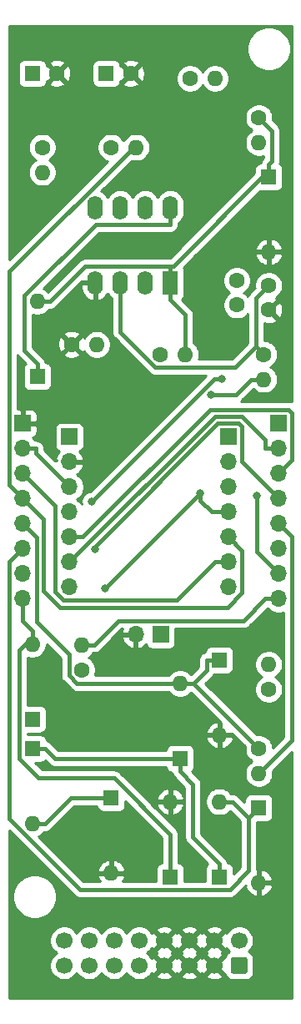
<source format=gbr>
%TF.GenerationSoftware,KiCad,Pcbnew,(5.1.6)-1*%
%TF.CreationDate,2021-08-09T18:11:52+02:00*%
%TF.ProjectId,4ch_Sampler_main,3463685f-5361-46d7-906c-65725f6d6169,rev?*%
%TF.SameCoordinates,Original*%
%TF.FileFunction,Copper,L2,Bot*%
%TF.FilePolarity,Positive*%
%FSLAX46Y46*%
G04 Gerber Fmt 4.6, Leading zero omitted, Abs format (unit mm)*
G04 Created by KiCad (PCBNEW (5.1.6)-1) date 2021-08-09 18:11:52*
%MOMM*%
%LPD*%
G01*
G04 APERTURE LIST*
%TA.AperFunction,ComponentPad*%
%ADD10O,1.700000X1.700000*%
%TD*%
%TA.AperFunction,ComponentPad*%
%ADD11R,1.700000X1.700000*%
%TD*%
%TA.AperFunction,ComponentPad*%
%ADD12O,1.600000X2.400000*%
%TD*%
%TA.AperFunction,ComponentPad*%
%ADD13R,1.600000X2.400000*%
%TD*%
%TA.AperFunction,ComponentPad*%
%ADD14O,1.600000X1.600000*%
%TD*%
%TA.AperFunction,ComponentPad*%
%ADD15C,1.600000*%
%TD*%
%TA.AperFunction,ComponentPad*%
%ADD16C,1.700000*%
%TD*%
%TA.AperFunction,ComponentPad*%
%ADD17R,1.600000X1.600000*%
%TD*%
%TA.AperFunction,ViaPad*%
%ADD18C,0.800000*%
%TD*%
%TA.AperFunction,Conductor*%
%ADD19C,0.400000*%
%TD*%
%TA.AperFunction,Conductor*%
%ADD20C,0.254000*%
%TD*%
G04 APERTURE END LIST*
D10*
%TO.P,Xiao1,7*%
%TO.N,Net-(D12-Pad1)*%
X123925000Y-97615000D03*
%TO.P,Xiao1,6*%
%TO.N,Net-(Brd1-Pad3)*%
X123925000Y-95075000D03*
%TO.P,Xiao1,5*%
%TO.N,Net-(Brd1-Pad4)*%
X123925000Y-92535000D03*
%TO.P,Xiao1,4*%
%TO.N,Net-(D10-Pad2)*%
X123925000Y-89995000D03*
%TO.P,Xiao1,3*%
%TO.N,Net-(D6-Pad1)*%
X123925000Y-87455000D03*
%TO.P,Xiao1,2*%
%TO.N,Net-(D3-Pad1)*%
X123925000Y-84915000D03*
D11*
%TO.P,Xiao1,1*%
%TO.N,Net-(R3-Pad2)*%
X123925000Y-82375000D03*
%TD*%
D10*
%TO.P,Xiao2,7*%
%TO.N,TOUCH_SENSOR1*%
X107750000Y-97615000D03*
%TO.P,Xiao2,6*%
%TO.N,TOUCH_SENSOR2*%
X107750000Y-95075000D03*
%TO.P,Xiao2,5*%
%TO.N,TOUCH_SENSOR3*%
X107750000Y-92535000D03*
%TO.P,Xiao2,4*%
%TO.N,Net-(SW1-Pad2)*%
X107750000Y-89995000D03*
%TO.P,Xiao2,3*%
%TO.N,3.3V*%
X107750000Y-87455000D03*
%TO.P,Xiao2,2*%
%TO.N,GND*%
X107750000Y-84915000D03*
D11*
%TO.P,Xiao2,1*%
%TO.N,5V*%
X107750000Y-82375000D03*
%TD*%
D10*
%TO.P,Conn2,8*%
%TO.N,Net-(J4-PadT)*%
X129000000Y-98780000D03*
%TO.P,Conn2,7*%
%TO.N,Net-(J3-PadT)*%
X129000000Y-96240000D03*
%TO.P,Conn2,6*%
%TO.N,Net-(J2-PadT)*%
X129000000Y-93700000D03*
%TO.P,Conn2,5*%
%TO.N,Net-(J1-PadT)*%
X129000000Y-91160000D03*
%TO.P,Conn2,4*%
%TO.N,Net-(SW1-Pad2)*%
X129000000Y-88620000D03*
%TO.P,Conn2,3*%
%TO.N,TOUCH_SENSOR3*%
X129000000Y-86080000D03*
%TO.P,Conn2,2*%
%TO.N,TOUCH_SENSOR2*%
X129000000Y-83540000D03*
D11*
%TO.P,Conn2,1*%
%TO.N,TOUCH_SENSOR1*%
X129000000Y-81000000D03*
%TD*%
D10*
%TO.P,Conn1,8*%
%TO.N,Net-(D12-Pad1)*%
X103000000Y-98780000D03*
%TO.P,Conn1,7*%
%TO.N,Net-(D10-Pad2)*%
X103000000Y-96240000D03*
%TO.P,Conn1,6*%
%TO.N,Net-(D6-Pad1)*%
X103000000Y-93700000D03*
%TO.P,Conn1,5*%
%TO.N,Net-(D3-Pad1)*%
X103000000Y-91160000D03*
%TO.P,Conn1,4*%
%TO.N,Net-(Brd1-Pad4)*%
X103000000Y-88620000D03*
%TO.P,Conn1,3*%
%TO.N,Net-(Brd1-Pad3)*%
X103000000Y-86080000D03*
%TO.P,Conn1,2*%
%TO.N,3.3V*%
X103000000Y-83540000D03*
D11*
%TO.P,Conn1,1*%
%TO.N,GND*%
X103000000Y-81000000D03*
%TD*%
D10*
%TO.P,Xiao3,2*%
%TO.N,GND*%
X114485000Y-102425000D03*
D11*
%TO.P,Xiao3,1*%
%TO.N,VIN*%
X117025000Y-102425000D03*
%TD*%
D12*
%TO.P,U2,8*%
%TO.N,5V*%
X118000000Y-59130000D03*
%TO.P,U2,4*%
%TO.N,GND*%
X110380000Y-66750000D03*
%TO.P,U2,7*%
%TO.N,N/C*%
X115460000Y-59130000D03*
%TO.P,U2,3*%
%TO.N,Net-(C3-Pad1)*%
X112920000Y-66750000D03*
%TO.P,U2,6*%
%TO.N,N/C*%
X112920000Y-59130000D03*
%TO.P,U2,2*%
%TO.N,Net-(R4-Pad1)*%
X115460000Y-66750000D03*
%TO.P,U2,5*%
%TO.N,N/C*%
X110380000Y-59130000D03*
D13*
%TO.P,U2,1*%
%TO.N,Net-(D1-Pad1)*%
X118000000Y-66750000D03*
%TD*%
D14*
%TO.P,R10,2*%
%TO.N,Net-(J4-PadT)*%
X109000000Y-103460000D03*
D15*
%TO.P,R10,1*%
%TO.N,Net-(D12-Pad1)*%
X109000000Y-106000000D03*
%TD*%
D14*
%TO.P,R9,2*%
%TO.N,Net-(J3-PadT)*%
X122540000Y-46000000D03*
D15*
%TO.P,R9,1*%
%TO.N,Net-(D10-Pad2)*%
X120000000Y-46000000D03*
%TD*%
D14*
%TO.P,R8,2*%
%TO.N,Net-(J2-PadT)*%
X128000000Y-105460000D03*
D15*
%TO.P,R8,1*%
%TO.N,Net-(D6-Pad1)*%
X128000000Y-108000000D03*
%TD*%
D14*
%TO.P,R7,2*%
%TO.N,Net-(J1-PadT)*%
X127000000Y-116540000D03*
D15*
%TO.P,R7,1*%
%TO.N,Net-(D3-Pad1)*%
X127000000Y-114000000D03*
%TD*%
D14*
%TO.P,R6,2*%
%TO.N,Net-(C4-Pad2)*%
X127000000Y-52540000D03*
D15*
%TO.P,R6,1*%
%TO.N,Net-(D1-Pad1)*%
X127000000Y-50000000D03*
%TD*%
D14*
%TO.P,R5,2*%
%TO.N,Net-(R4-Pad1)*%
X110540000Y-73000000D03*
D15*
%TO.P,R5,1*%
%TO.N,GND*%
X108000000Y-73000000D03*
%TD*%
D14*
%TO.P,R4,2*%
%TO.N,Net-(D1-Pad1)*%
X119540000Y-74000000D03*
D15*
%TO.P,R4,1*%
%TO.N,Net-(R4-Pad1)*%
X117000000Y-74000000D03*
%TD*%
D14*
%TO.P,R3,2*%
%TO.N,Net-(R3-Pad2)*%
X127500000Y-76540000D03*
D15*
%TO.P,R3,1*%
%TO.N,Net-(C3-Pad1)*%
X127500000Y-74000000D03*
%TD*%
D14*
%TO.P,R2,2*%
%TO.N,Net-(Brd1-Pad3)*%
X105000000Y-55540000D03*
D15*
%TO.P,R2,1*%
%TO.N,3.3V*%
X105000000Y-53000000D03*
%TD*%
D14*
%TO.P,R1,2*%
%TO.N,Net-(Brd1-Pad4)*%
X114540000Y-53000000D03*
D15*
%TO.P,R1,1*%
%TO.N,3.3V*%
X112000000Y-53000000D03*
%TD*%
D16*
%TO.P,J6,16*%
%TO.N,Net-(J6-Pad16)*%
X107220000Y-133460000D03*
%TO.P,J6,14*%
%TO.N,Net-(J6-Pad14)*%
X109760000Y-133460000D03*
%TO.P,J6,12*%
%TO.N,VIN*%
X112300000Y-133460000D03*
%TO.P,J6,10*%
%TO.N,Net-(J6-Pad10)*%
X114840000Y-133460000D03*
%TO.P,J6,8*%
%TO.N,GND*%
X117380000Y-133460000D03*
%TO.P,J6,6*%
X119920000Y-133460000D03*
%TO.P,J6,4*%
X122460000Y-133460000D03*
%TO.P,J6,2*%
%TO.N,Net-(J6-Pad2)*%
X125000000Y-133460000D03*
%TO.P,J6,15*%
%TO.N,Net-(J6-Pad15)*%
X107220000Y-136000000D03*
%TO.P,J6,13*%
%TO.N,Net-(J6-Pad13)*%
X109760000Y-136000000D03*
%TO.P,J6,11*%
%TO.N,VIN*%
X112300000Y-136000000D03*
%TO.P,J6,9*%
%TO.N,Net-(J6-Pad9)*%
X114840000Y-136000000D03*
%TO.P,J6,7*%
%TO.N,GND*%
X117380000Y-136000000D03*
%TO.P,J6,5*%
X119920000Y-136000000D03*
%TO.P,J6,3*%
X122460000Y-136000000D03*
%TO.P,J6,1*%
%TO.N,Net-(J6-Pad1)*%
%TA.AperFunction,ComponentPad*%
G36*
G01*
X125600000Y-136850000D02*
X124400000Y-136850000D01*
G75*
G02*
X124150000Y-136600000I0J250000D01*
G01*
X124150000Y-135400000D01*
G75*
G02*
X124400000Y-135150000I250000J0D01*
G01*
X125600000Y-135150000D01*
G75*
G02*
X125850000Y-135400000I0J-250000D01*
G01*
X125850000Y-136600000D01*
G75*
G02*
X125600000Y-136850000I-250000J0D01*
G01*
G37*
%TD.AperFunction*%
%TD*%
D14*
%TO.P,D13,2*%
%TO.N,Net-(D12-Pad1)*%
X104000000Y-103380000D03*
D17*
%TO.P,D13,1*%
%TO.N,3.3V*%
X104000000Y-111000000D03*
%TD*%
D14*
%TO.P,D12,2*%
%TO.N,GND*%
X118000000Y-119380000D03*
D17*
%TO.P,D12,1*%
%TO.N,Net-(D12-Pad1)*%
X118000000Y-127000000D03*
%TD*%
D14*
%TO.P,D10,2*%
%TO.N,Net-(D10-Pad2)*%
X104000000Y-121620000D03*
D17*
%TO.P,D10,1*%
%TO.N,3.3V*%
X104000000Y-114000000D03*
%TD*%
D14*
%TO.P,D9,2*%
%TO.N,GND*%
X112000000Y-126620000D03*
D17*
%TO.P,D9,1*%
%TO.N,Net-(D10-Pad2)*%
X112000000Y-119000000D03*
%TD*%
D14*
%TO.P,D7,2*%
%TO.N,Net-(D6-Pad1)*%
X123000000Y-119380000D03*
D17*
%TO.P,D7,1*%
%TO.N,3.3V*%
X123000000Y-127000000D03*
%TD*%
D14*
%TO.P,D6,2*%
%TO.N,GND*%
X127000000Y-127620000D03*
D17*
%TO.P,D6,1*%
%TO.N,Net-(D6-Pad1)*%
X127000000Y-120000000D03*
%TD*%
D14*
%TO.P,D4,2*%
%TO.N,Net-(D3-Pad1)*%
X119000000Y-107380000D03*
D17*
%TO.P,D4,1*%
%TO.N,3.3V*%
X119000000Y-115000000D03*
%TD*%
D14*
%TO.P,D3,2*%
%TO.N,GND*%
X123000000Y-112620000D03*
D17*
%TO.P,D3,1*%
%TO.N,Net-(D3-Pad1)*%
X123000000Y-105000000D03*
%TD*%
D14*
%TO.P,D2,2*%
%TO.N,Net-(D1-Pad1)*%
X104500000Y-68630000D03*
D17*
%TO.P,D2,1*%
%TO.N,5V*%
X104500000Y-76250000D03*
%TD*%
D14*
%TO.P,D1,2*%
%TO.N,GND*%
X128000000Y-63620000D03*
D17*
%TO.P,D1,1*%
%TO.N,Net-(D1-Pad1)*%
X128000000Y-56000000D03*
%TD*%
D15*
%TO.P,C4,2*%
%TO.N,Net-(C4-Pad2)*%
X124750000Y-66500000D03*
%TO.P,C4,1*%
%TO.N,Net-(C4-Pad1)*%
X124750000Y-69000000D03*
%TD*%
%TO.P,C3,2*%
%TO.N,GND*%
X128000000Y-69500000D03*
%TO.P,C3,1*%
%TO.N,Net-(C3-Pad1)*%
X128000000Y-67000000D03*
%TD*%
%TO.P,C2,2*%
%TO.N,GND*%
X106500000Y-45500000D03*
D17*
%TO.P,C2,1*%
%TO.N,3.3V*%
X104000000Y-45500000D03*
%TD*%
D15*
%TO.P,C1,2*%
%TO.N,GND*%
X114000000Y-45500000D03*
D17*
%TO.P,C1,1*%
%TO.N,3.3V*%
X111500000Y-45500000D03*
%TD*%
D18*
%TO.N,Net-(D10-Pad2)*%
X121070800Y-88072300D03*
X111378500Y-97764600D03*
%TO.N,Net-(J3-PadT)*%
X126771200Y-88375500D03*
%TO.N,Net-(R3-Pad2)*%
X122169200Y-78091100D03*
%TO.N,Net-(SW1-Pad2)*%
X110347500Y-93747500D03*
%TO.N,TOUCH_SENSOR1*%
X123228800Y-76484900D03*
X110002898Y-88925400D03*
%TD*%
D19*
%TO.N,3.3V*%
X106300300Y-115000000D02*
X105300300Y-114000000D01*
X119000000Y-115000000D02*
X106300300Y-115000000D01*
X104000000Y-114000000D02*
X105300300Y-114000000D01*
X120300300Y-117600600D02*
X119000000Y-116300300D01*
X120300300Y-123000000D02*
X120300300Y-117600600D01*
X123000000Y-125699700D02*
X120300300Y-123000000D01*
X123000000Y-127000000D02*
X123000000Y-125699700D01*
X119000000Y-115000000D02*
X119000000Y-116300300D01*
X104350300Y-84055300D02*
X107750000Y-87455000D01*
X104350300Y-83540000D02*
X104350300Y-84055300D01*
X103000000Y-83540000D02*
X104350300Y-83540000D01*
%TO.N,Net-(Brd1-Pad3)*%
X118683700Y-98966000D02*
X122574700Y-95075000D01*
X107180000Y-98966000D02*
X118683700Y-98966000D01*
X106320900Y-98106900D02*
X107180000Y-98966000D01*
X106320900Y-89400900D02*
X106320900Y-98106900D01*
X103000000Y-86080000D02*
X106320900Y-89400900D01*
X123925000Y-95075000D02*
X122574700Y-95075000D01*
%TO.N,Net-(Brd1-Pad4)*%
X101641600Y-87261600D02*
X103000000Y-88620000D01*
X101641600Y-65605300D02*
X101641600Y-87261600D01*
X114246900Y-53000000D02*
X101641600Y-65605300D01*
X114540000Y-53000000D02*
X114246900Y-53000000D01*
X125294000Y-93904000D02*
X123925000Y-92535000D01*
X125294000Y-98198200D02*
X125294000Y-93904000D01*
X123813000Y-99679200D02*
X125294000Y-98198200D01*
X106800900Y-99679200D02*
X123813000Y-99679200D01*
X105113100Y-97991400D02*
X106800900Y-99679200D01*
X105113100Y-90733100D02*
X105113100Y-97991400D01*
X103000000Y-88620000D02*
X105113100Y-90733100D01*
%TO.N,Net-(C3-Pad1)*%
X112920000Y-71763600D02*
X112920000Y-66750000D01*
X116457600Y-75301200D02*
X112920000Y-71763600D01*
X124597800Y-75301200D02*
X116457600Y-75301200D01*
X126699500Y-73199500D02*
X124597800Y-75301200D01*
X127500000Y-74000000D02*
X126699500Y-73199500D01*
X126699500Y-68300500D02*
X128000000Y-67000000D01*
X126699500Y-73199500D02*
X126699500Y-68300500D01*
%TO.N,Net-(D1-Pad1)*%
X128327400Y-51327400D02*
X127000000Y-50000000D01*
X128327400Y-54372300D02*
X128327400Y-51327400D01*
X128000000Y-54699700D02*
X128327400Y-54372300D01*
X128000000Y-56000000D02*
X128000000Y-55349800D01*
X128000000Y-55349800D02*
X128000000Y-54699700D01*
X118300100Y-65049700D02*
X118000000Y-65049700D01*
X128000000Y-55349800D02*
X118300100Y-65049700D01*
X118000000Y-66750000D02*
X118000000Y-65049700D01*
X109380600Y-65049700D02*
X118000000Y-65049700D01*
X105800300Y-68630000D02*
X109380600Y-65049700D01*
X104500000Y-68630000D02*
X105800300Y-68630000D01*
X119540000Y-69990300D02*
X118000000Y-68450300D01*
X119540000Y-74000000D02*
X119540000Y-69990300D01*
X118000000Y-66750000D02*
X118000000Y-68450300D01*
%TO.N,5V*%
X103199700Y-73649400D02*
X104500000Y-74949700D01*
X103199700Y-68044600D02*
X103199700Y-73649400D01*
X110414000Y-60830300D02*
X103199700Y-68044600D01*
X118000000Y-60830300D02*
X110414000Y-60830300D01*
X118000000Y-59130000D02*
X118000000Y-60830300D01*
X104500000Y-76250000D02*
X104500000Y-74949700D01*
%TO.N,Net-(D3-Pad1)*%
X108516000Y-107380000D02*
X119000000Y-107380000D01*
X107699600Y-106563600D02*
X108516000Y-107380000D01*
X107699600Y-104472400D02*
X107699600Y-106563600D01*
X104400700Y-101173500D02*
X107699600Y-104472400D01*
X104400700Y-92560700D02*
X104400700Y-101173500D01*
X103000000Y-91160000D02*
X104400700Y-92560700D01*
X123000000Y-105000000D02*
X121699700Y-105000000D01*
X119000000Y-107380000D02*
X119702000Y-107380000D01*
X121699700Y-106060300D02*
X120380000Y-107380000D01*
X121699700Y-105000000D02*
X121699700Y-106060300D01*
X119702000Y-107380000D02*
X120380000Y-107380000D01*
X120380000Y-107380000D02*
X127000000Y-114000000D01*
%TO.N,Net-(D6-Pad1)*%
X123000000Y-119380000D02*
X124300300Y-119380000D01*
X125960200Y-121039900D02*
X125960200Y-121039800D01*
X125960200Y-126399200D02*
X125960200Y-121039900D01*
X124059000Y-128300400D02*
X125960200Y-126399200D01*
X108826200Y-128300400D02*
X124059000Y-128300400D01*
X101641600Y-121115800D02*
X108826200Y-128300400D01*
X101641600Y-95058400D02*
X101641600Y-121115800D01*
X103000000Y-93700000D02*
X101641600Y-95058400D01*
X125960200Y-121039800D02*
X124300300Y-119380000D01*
X125960200Y-121039800D02*
X127000000Y-120000000D01*
%TO.N,Net-(D10-Pad2)*%
X107920300Y-119000000D02*
X105300300Y-121620000D01*
X112000000Y-119000000D02*
X107920300Y-119000000D01*
X104000000Y-121620000D02*
X105300300Y-121620000D01*
X121070800Y-88072300D02*
X111378500Y-97764600D01*
X121070800Y-88072300D02*
X121070800Y-88812800D01*
X122253000Y-89995000D02*
X123925000Y-89995000D01*
X121070800Y-88812800D02*
X122253000Y-89995000D01*
X111378500Y-97764600D02*
X111378500Y-97764600D01*
%TO.N,Net-(D12-Pad1)*%
X103000000Y-101079700D02*
X103000000Y-98780000D01*
X104000000Y-102079700D02*
X103000000Y-101079700D01*
X104000000Y-103380000D02*
X104000000Y-102729800D01*
X104000000Y-102729800D02*
X104000000Y-102079700D01*
X118000000Y-122685800D02*
X118000000Y-127000000D01*
X112304800Y-116990600D02*
X118000000Y-122685800D01*
X104644400Y-116990600D02*
X112304800Y-116990600D01*
X102699600Y-115045800D02*
X104644400Y-116990600D01*
X102699600Y-104030200D02*
X102699600Y-115045800D01*
X104000000Y-102729800D02*
X102699600Y-104030200D01*
%TO.N,Net-(J1-PadT)*%
X130358400Y-92518400D02*
X129000000Y-91160000D01*
X130358400Y-113181600D02*
X130358400Y-92518400D01*
X127000000Y-116540000D02*
X130358400Y-113181600D01*
%TO.N,Net-(J3-PadT)*%
X126771200Y-94011200D02*
X129000000Y-96240000D01*
X126771200Y-88375500D02*
X126771200Y-94011200D01*
%TO.N,Net-(J4-PadT)*%
X125413500Y-101016200D02*
X127649700Y-98780000D01*
X112744100Y-101016200D02*
X125413500Y-101016200D01*
X110300300Y-103460000D02*
X112744100Y-101016200D01*
X109000000Y-103460000D02*
X110300300Y-103460000D01*
X129000000Y-98780000D02*
X127649700Y-98780000D01*
%TO.N,Net-(R3-Pad2)*%
X124648600Y-78091100D02*
X122169200Y-78091100D01*
X126199700Y-76540000D02*
X124648600Y-78091100D01*
X127500000Y-76540000D02*
X126199700Y-76540000D01*
%TO.N,Net-(SW1-Pad2)*%
X125275400Y-84895400D02*
X129000000Y-88620000D01*
X125275400Y-81317800D02*
X125275400Y-84895400D01*
X124957600Y-81000000D02*
X125275400Y-81317800D01*
X122837700Y-81000000D02*
X124957600Y-81000000D01*
X110347500Y-93490200D02*
X122837700Y-81000000D01*
X110347500Y-93747500D02*
X110347500Y-93490200D01*
%TO.N,TOUCH_SENSOR1*%
X122443398Y-76484900D02*
X110002898Y-88925400D01*
X123228800Y-76484900D02*
X122443398Y-76484900D01*
X110002898Y-88925400D02*
X110002898Y-88925400D01*
%TO.N,TOUCH_SENSOR2*%
X127649700Y-82684000D02*
X127649700Y-83540000D01*
X125260600Y-80294900D02*
X127649700Y-82684000D01*
X122523600Y-80294900D02*
X125260600Y-80294900D01*
X107750000Y-95068500D02*
X122523600Y-80294900D01*
X107750000Y-95075000D02*
X107750000Y-95068500D01*
X129000000Y-83540000D02*
X127649700Y-83540000D01*
%TO.N,TOUCH_SENSOR3*%
X130358400Y-84721600D02*
X129000000Y-86080000D01*
X130358400Y-79925400D02*
X130358400Y-84721600D01*
X130027600Y-79594600D02*
X130358400Y-79925400D01*
X122040700Y-79594600D02*
X130027600Y-79594600D01*
X109100300Y-92535000D02*
X122040700Y-79594600D01*
X107750000Y-92535000D02*
X109100300Y-92535000D01*
%TD*%
D20*
%TO.N,GND*%
G36*
X106864600Y-104818268D02*
G01*
X106864601Y-106522572D01*
X106860560Y-106563600D01*
X106876682Y-106727288D01*
X106924428Y-106884686D01*
X106965447Y-106961426D01*
X107001965Y-107029746D01*
X107106310Y-107156891D01*
X107138174Y-107183041D01*
X107896563Y-107941432D01*
X107922709Y-107973291D01*
X107954568Y-107999437D01*
X107954570Y-107999439D01*
X108049854Y-108077636D01*
X108194913Y-108155172D01*
X108352311Y-108202918D01*
X108516000Y-108219040D01*
X108557018Y-108215000D01*
X117832070Y-108215000D01*
X117885363Y-108294759D01*
X118085241Y-108494637D01*
X118320273Y-108651680D01*
X118581426Y-108759853D01*
X118858665Y-108815000D01*
X119141335Y-108815000D01*
X119418574Y-108759853D01*
X119679727Y-108651680D01*
X119914759Y-108494637D01*
X120114264Y-108295132D01*
X123154247Y-111335115D01*
X123127000Y-111350085D01*
X123127000Y-112493000D01*
X124270624Y-112493000D01*
X124285287Y-112466156D01*
X125583714Y-113764583D01*
X125565000Y-113858665D01*
X125565000Y-114141335D01*
X125620147Y-114418574D01*
X125728320Y-114679727D01*
X125885363Y-114914759D01*
X126085241Y-115114637D01*
X126317759Y-115270000D01*
X126085241Y-115425363D01*
X125885363Y-115625241D01*
X125728320Y-115860273D01*
X125620147Y-116121426D01*
X125565000Y-116398665D01*
X125565000Y-116681335D01*
X125620147Y-116958574D01*
X125728320Y-117219727D01*
X125885363Y-117454759D01*
X126085241Y-117654637D01*
X126320273Y-117811680D01*
X126581426Y-117919853D01*
X126858665Y-117975000D01*
X127141335Y-117975000D01*
X127418574Y-117919853D01*
X127679727Y-117811680D01*
X127914759Y-117654637D01*
X128114637Y-117454759D01*
X128271680Y-117219727D01*
X128379853Y-116958574D01*
X128435000Y-116681335D01*
X128435000Y-116398665D01*
X128416285Y-116304582D01*
X130340000Y-114380868D01*
X130340000Y-139340000D01*
X101660000Y-139340000D01*
X101660000Y-133313740D01*
X105735000Y-133313740D01*
X105735000Y-133606260D01*
X105792068Y-133893158D01*
X105904010Y-134163411D01*
X106066525Y-134406632D01*
X106273368Y-134613475D01*
X106447760Y-134730000D01*
X106273368Y-134846525D01*
X106066525Y-135053368D01*
X105904010Y-135296589D01*
X105792068Y-135566842D01*
X105735000Y-135853740D01*
X105735000Y-136146260D01*
X105792068Y-136433158D01*
X105904010Y-136703411D01*
X106066525Y-136946632D01*
X106273368Y-137153475D01*
X106516589Y-137315990D01*
X106786842Y-137427932D01*
X107073740Y-137485000D01*
X107366260Y-137485000D01*
X107653158Y-137427932D01*
X107923411Y-137315990D01*
X108166632Y-137153475D01*
X108373475Y-136946632D01*
X108490000Y-136772240D01*
X108606525Y-136946632D01*
X108813368Y-137153475D01*
X109056589Y-137315990D01*
X109326842Y-137427932D01*
X109613740Y-137485000D01*
X109906260Y-137485000D01*
X110193158Y-137427932D01*
X110463411Y-137315990D01*
X110706632Y-137153475D01*
X110913475Y-136946632D01*
X111030000Y-136772240D01*
X111146525Y-136946632D01*
X111353368Y-137153475D01*
X111596589Y-137315990D01*
X111866842Y-137427932D01*
X112153740Y-137485000D01*
X112446260Y-137485000D01*
X112733158Y-137427932D01*
X113003411Y-137315990D01*
X113246632Y-137153475D01*
X113453475Y-136946632D01*
X113570000Y-136772240D01*
X113686525Y-136946632D01*
X113893368Y-137153475D01*
X114136589Y-137315990D01*
X114406842Y-137427932D01*
X114693740Y-137485000D01*
X114986260Y-137485000D01*
X115273158Y-137427932D01*
X115543411Y-137315990D01*
X115786632Y-137153475D01*
X115911710Y-137028397D01*
X116531208Y-137028397D01*
X116608843Y-137277472D01*
X116872883Y-137403371D01*
X117156411Y-137475339D01*
X117448531Y-137490611D01*
X117738019Y-137448599D01*
X118013747Y-137350919D01*
X118151157Y-137277472D01*
X118228792Y-137028397D01*
X119071208Y-137028397D01*
X119148843Y-137277472D01*
X119412883Y-137403371D01*
X119696411Y-137475339D01*
X119988531Y-137490611D01*
X120278019Y-137448599D01*
X120553747Y-137350919D01*
X120691157Y-137277472D01*
X120768792Y-137028397D01*
X121611208Y-137028397D01*
X121688843Y-137277472D01*
X121952883Y-137403371D01*
X122236411Y-137475339D01*
X122528531Y-137490611D01*
X122818019Y-137448599D01*
X123093747Y-137350919D01*
X123231157Y-137277472D01*
X123308792Y-137028397D01*
X122460000Y-136179605D01*
X121611208Y-137028397D01*
X120768792Y-137028397D01*
X119920000Y-136179605D01*
X119071208Y-137028397D01*
X118228792Y-137028397D01*
X117380000Y-136179605D01*
X116531208Y-137028397D01*
X115911710Y-137028397D01*
X115993475Y-136946632D01*
X116109311Y-136773271D01*
X116351603Y-136848792D01*
X117200395Y-136000000D01*
X117559605Y-136000000D01*
X118408397Y-136848792D01*
X118650000Y-136773486D01*
X118891603Y-136848792D01*
X119740395Y-136000000D01*
X120099605Y-136000000D01*
X120948397Y-136848792D01*
X121190000Y-136773486D01*
X121431603Y-136848792D01*
X122280395Y-136000000D01*
X121431603Y-135151208D01*
X121190000Y-135226514D01*
X120948397Y-135151208D01*
X120099605Y-136000000D01*
X119740395Y-136000000D01*
X118891603Y-135151208D01*
X118650000Y-135226514D01*
X118408397Y-135151208D01*
X117559605Y-136000000D01*
X117200395Y-136000000D01*
X116351603Y-135151208D01*
X116109311Y-135226729D01*
X115993475Y-135053368D01*
X115786632Y-134846525D01*
X115612240Y-134730000D01*
X115786632Y-134613475D01*
X115911710Y-134488397D01*
X116531208Y-134488397D01*
X116606514Y-134730000D01*
X116531208Y-134971603D01*
X117380000Y-135820395D01*
X118228792Y-134971603D01*
X118153486Y-134730000D01*
X118228792Y-134488397D01*
X119071208Y-134488397D01*
X119146514Y-134730000D01*
X119071208Y-134971603D01*
X119920000Y-135820395D01*
X120768792Y-134971603D01*
X120693486Y-134730000D01*
X120768792Y-134488397D01*
X121611208Y-134488397D01*
X121686514Y-134730000D01*
X121611208Y-134971603D01*
X122460000Y-135820395D01*
X123308792Y-134971603D01*
X123233486Y-134730000D01*
X123308792Y-134488397D01*
X122460000Y-133639605D01*
X121611208Y-134488397D01*
X120768792Y-134488397D01*
X119920000Y-133639605D01*
X119071208Y-134488397D01*
X118228792Y-134488397D01*
X117380000Y-133639605D01*
X116531208Y-134488397D01*
X115911710Y-134488397D01*
X115993475Y-134406632D01*
X116109311Y-134233271D01*
X116351603Y-134308792D01*
X117200395Y-133460000D01*
X117559605Y-133460000D01*
X118408397Y-134308792D01*
X118650000Y-134233486D01*
X118891603Y-134308792D01*
X119740395Y-133460000D01*
X120099605Y-133460000D01*
X120948397Y-134308792D01*
X121190000Y-134233486D01*
X121431603Y-134308792D01*
X122280395Y-133460000D01*
X122639605Y-133460000D01*
X123488397Y-134308792D01*
X123730689Y-134233271D01*
X123846525Y-134406632D01*
X124033608Y-134593715D01*
X123906614Y-134661595D01*
X123772038Y-134772038D01*
X123661595Y-134906614D01*
X123579528Y-135060150D01*
X123546420Y-135169293D01*
X123488397Y-135151208D01*
X122639605Y-136000000D01*
X123488397Y-136848792D01*
X123546420Y-136830707D01*
X123579528Y-136939850D01*
X123661595Y-137093386D01*
X123772038Y-137227962D01*
X123906614Y-137338405D01*
X124060150Y-137420472D01*
X124226746Y-137471008D01*
X124400000Y-137488072D01*
X125600000Y-137488072D01*
X125773254Y-137471008D01*
X125939850Y-137420472D01*
X126093386Y-137338405D01*
X126227962Y-137227962D01*
X126338405Y-137093386D01*
X126420472Y-136939850D01*
X126471008Y-136773254D01*
X126488072Y-136600000D01*
X126488072Y-135400000D01*
X126471008Y-135226746D01*
X126420472Y-135060150D01*
X126338405Y-134906614D01*
X126227962Y-134772038D01*
X126093386Y-134661595D01*
X125966392Y-134593715D01*
X126153475Y-134406632D01*
X126315990Y-134163411D01*
X126427932Y-133893158D01*
X126485000Y-133606260D01*
X126485000Y-133313740D01*
X126427932Y-133026842D01*
X126315990Y-132756589D01*
X126153475Y-132513368D01*
X125946632Y-132306525D01*
X125703411Y-132144010D01*
X125433158Y-132032068D01*
X125146260Y-131975000D01*
X124853740Y-131975000D01*
X124566842Y-132032068D01*
X124296589Y-132144010D01*
X124053368Y-132306525D01*
X123846525Y-132513368D01*
X123730689Y-132686729D01*
X123488397Y-132611208D01*
X122639605Y-133460000D01*
X122280395Y-133460000D01*
X121431603Y-132611208D01*
X121190000Y-132686514D01*
X120948397Y-132611208D01*
X120099605Y-133460000D01*
X119740395Y-133460000D01*
X118891603Y-132611208D01*
X118650000Y-132686514D01*
X118408397Y-132611208D01*
X117559605Y-133460000D01*
X117200395Y-133460000D01*
X116351603Y-132611208D01*
X116109311Y-132686729D01*
X115993475Y-132513368D01*
X115911710Y-132431603D01*
X116531208Y-132431603D01*
X117380000Y-133280395D01*
X118228792Y-132431603D01*
X119071208Y-132431603D01*
X119920000Y-133280395D01*
X120768792Y-132431603D01*
X121611208Y-132431603D01*
X122460000Y-133280395D01*
X123308792Y-132431603D01*
X123231157Y-132182528D01*
X122967117Y-132056629D01*
X122683589Y-131984661D01*
X122391469Y-131969389D01*
X122101981Y-132011401D01*
X121826253Y-132109081D01*
X121688843Y-132182528D01*
X121611208Y-132431603D01*
X120768792Y-132431603D01*
X120691157Y-132182528D01*
X120427117Y-132056629D01*
X120143589Y-131984661D01*
X119851469Y-131969389D01*
X119561981Y-132011401D01*
X119286253Y-132109081D01*
X119148843Y-132182528D01*
X119071208Y-132431603D01*
X118228792Y-132431603D01*
X118151157Y-132182528D01*
X117887117Y-132056629D01*
X117603589Y-131984661D01*
X117311469Y-131969389D01*
X117021981Y-132011401D01*
X116746253Y-132109081D01*
X116608843Y-132182528D01*
X116531208Y-132431603D01*
X115911710Y-132431603D01*
X115786632Y-132306525D01*
X115543411Y-132144010D01*
X115273158Y-132032068D01*
X114986260Y-131975000D01*
X114693740Y-131975000D01*
X114406842Y-132032068D01*
X114136589Y-132144010D01*
X113893368Y-132306525D01*
X113686525Y-132513368D01*
X113570000Y-132687760D01*
X113453475Y-132513368D01*
X113246632Y-132306525D01*
X113003411Y-132144010D01*
X112733158Y-132032068D01*
X112446260Y-131975000D01*
X112153740Y-131975000D01*
X111866842Y-132032068D01*
X111596589Y-132144010D01*
X111353368Y-132306525D01*
X111146525Y-132513368D01*
X111030000Y-132687760D01*
X110913475Y-132513368D01*
X110706632Y-132306525D01*
X110463411Y-132144010D01*
X110193158Y-132032068D01*
X109906260Y-131975000D01*
X109613740Y-131975000D01*
X109326842Y-132032068D01*
X109056589Y-132144010D01*
X108813368Y-132306525D01*
X108606525Y-132513368D01*
X108490000Y-132687760D01*
X108373475Y-132513368D01*
X108166632Y-132306525D01*
X107923411Y-132144010D01*
X107653158Y-132032068D01*
X107366260Y-131975000D01*
X107073740Y-131975000D01*
X106786842Y-132032068D01*
X106516589Y-132144010D01*
X106273368Y-132306525D01*
X106066525Y-132513368D01*
X105904010Y-132756589D01*
X105792068Y-133026842D01*
X105735000Y-133313740D01*
X101660000Y-133313740D01*
X101660000Y-128779872D01*
X102015000Y-128779872D01*
X102015000Y-129220128D01*
X102100890Y-129651925D01*
X102269369Y-130058669D01*
X102513962Y-130424729D01*
X102825271Y-130736038D01*
X103191331Y-130980631D01*
X103598075Y-131149110D01*
X104029872Y-131235000D01*
X104470128Y-131235000D01*
X104901925Y-131149110D01*
X105308669Y-130980631D01*
X105674729Y-130736038D01*
X105986038Y-130424729D01*
X106230631Y-130058669D01*
X106399110Y-129651925D01*
X106485000Y-129220128D01*
X106485000Y-128779872D01*
X106399110Y-128348075D01*
X106230631Y-127941331D01*
X105986038Y-127575271D01*
X105674729Y-127263962D01*
X105308669Y-127019369D01*
X104901925Y-126850890D01*
X104470128Y-126765000D01*
X104029872Y-126765000D01*
X103598075Y-126850890D01*
X103191331Y-127019369D01*
X102825271Y-127263962D01*
X102513962Y-127575271D01*
X102269369Y-127941331D01*
X102100890Y-128348075D01*
X102015000Y-128779872D01*
X101660000Y-128779872D01*
X101660000Y-122315067D01*
X108206763Y-128861832D01*
X108232909Y-128893691D01*
X108360054Y-128998036D01*
X108505113Y-129075572D01*
X108662511Y-129123318D01*
X108785181Y-129135400D01*
X108785182Y-129135400D01*
X108826200Y-129139440D01*
X108867218Y-129135400D01*
X124017982Y-129135400D01*
X124059000Y-129139440D01*
X124100018Y-129135400D01*
X124100019Y-129135400D01*
X124222689Y-129123318D01*
X124380087Y-129075572D01*
X124525146Y-128998036D01*
X124652291Y-128893691D01*
X124678446Y-128861821D01*
X125652465Y-127887803D01*
X125608091Y-127969040D01*
X125702930Y-128233881D01*
X125847615Y-128475131D01*
X126036586Y-128683519D01*
X126262580Y-128851037D01*
X126516913Y-128971246D01*
X126650961Y-129011904D01*
X126873000Y-128889915D01*
X126873000Y-127747000D01*
X127127000Y-127747000D01*
X127127000Y-128889915D01*
X127349039Y-129011904D01*
X127483087Y-128971246D01*
X127737420Y-128851037D01*
X127963414Y-128683519D01*
X128152385Y-128475131D01*
X128297070Y-128233881D01*
X128391909Y-127969040D01*
X128270624Y-127747000D01*
X127127000Y-127747000D01*
X126873000Y-127747000D01*
X126853000Y-127747000D01*
X126853000Y-127493000D01*
X126873000Y-127493000D01*
X126873000Y-126350085D01*
X127127000Y-126350085D01*
X127127000Y-127493000D01*
X128270624Y-127493000D01*
X128391909Y-127270960D01*
X128297070Y-127006119D01*
X128152385Y-126764869D01*
X127963414Y-126556481D01*
X127737420Y-126388963D01*
X127483087Y-126268754D01*
X127349039Y-126228096D01*
X127127000Y-126350085D01*
X126873000Y-126350085D01*
X126795200Y-126307341D01*
X126795200Y-121438072D01*
X127800000Y-121438072D01*
X127924482Y-121425812D01*
X128044180Y-121389502D01*
X128154494Y-121330537D01*
X128251185Y-121251185D01*
X128330537Y-121154494D01*
X128389502Y-121044180D01*
X128425812Y-120924482D01*
X128438072Y-120800000D01*
X128438072Y-119200000D01*
X128425812Y-119075518D01*
X128389502Y-118955820D01*
X128330537Y-118845506D01*
X128251185Y-118748815D01*
X128154494Y-118669463D01*
X128044180Y-118610498D01*
X127924482Y-118574188D01*
X127800000Y-118561928D01*
X126200000Y-118561928D01*
X126075518Y-118574188D01*
X125955820Y-118610498D01*
X125845506Y-118669463D01*
X125748815Y-118748815D01*
X125669463Y-118845506D01*
X125610498Y-118955820D01*
X125574188Y-119075518D01*
X125561928Y-119200000D01*
X125561928Y-119460720D01*
X124919739Y-118818570D01*
X124893591Y-118786709D01*
X124766446Y-118682364D01*
X124766432Y-118682356D01*
X124766424Y-118682350D01*
X124712867Y-118653725D01*
X124621387Y-118604828D01*
X124621370Y-118604823D01*
X124621363Y-118604819D01*
X124562605Y-118586997D01*
X124463989Y-118557082D01*
X124463975Y-118557081D01*
X124463963Y-118557077D01*
X124383144Y-118549119D01*
X124341319Y-118545000D01*
X124341306Y-118545000D01*
X124300275Y-118540960D01*
X124259270Y-118545000D01*
X124167930Y-118545000D01*
X124114637Y-118465241D01*
X123914759Y-118265363D01*
X123679727Y-118108320D01*
X123418574Y-118000147D01*
X123141335Y-117945000D01*
X122858665Y-117945000D01*
X122581426Y-118000147D01*
X122320273Y-118108320D01*
X122085241Y-118265363D01*
X121885363Y-118465241D01*
X121728320Y-118700273D01*
X121620147Y-118961426D01*
X121565000Y-119238665D01*
X121565000Y-119521335D01*
X121620147Y-119798574D01*
X121728320Y-120059727D01*
X121885363Y-120294759D01*
X122085241Y-120494637D01*
X122320273Y-120651680D01*
X122581426Y-120759853D01*
X122858665Y-120815000D01*
X123141335Y-120815000D01*
X123418574Y-120759853D01*
X123679727Y-120651680D01*
X123914759Y-120494637D01*
X124074425Y-120334971D01*
X125125201Y-121385683D01*
X125125200Y-126053331D01*
X124438072Y-126740460D01*
X124438072Y-126200000D01*
X124425812Y-126075518D01*
X124389502Y-125955820D01*
X124330537Y-125845506D01*
X124251185Y-125748815D01*
X124154494Y-125669463D01*
X124044180Y-125610498D01*
X123924482Y-125574188D01*
X123825720Y-125564461D01*
X123822918Y-125536011D01*
X123775172Y-125378613D01*
X123697636Y-125233554D01*
X123593291Y-125106409D01*
X123561427Y-125080259D01*
X121135300Y-122654133D01*
X121135300Y-117641618D01*
X121139340Y-117600600D01*
X121123218Y-117436911D01*
X121075472Y-117279513D01*
X120997936Y-117134454D01*
X120919739Y-117039170D01*
X120919737Y-117039168D01*
X120893591Y-117007309D01*
X120861732Y-116981163D01*
X120185587Y-116305019D01*
X120251185Y-116251185D01*
X120330537Y-116154494D01*
X120389502Y-116044180D01*
X120425812Y-115924482D01*
X120438072Y-115800000D01*
X120438072Y-114200000D01*
X120425812Y-114075518D01*
X120389502Y-113955820D01*
X120330537Y-113845506D01*
X120251185Y-113748815D01*
X120154494Y-113669463D01*
X120044180Y-113610498D01*
X119924482Y-113574188D01*
X119800000Y-113561928D01*
X118200000Y-113561928D01*
X118075518Y-113574188D01*
X117955820Y-113610498D01*
X117845506Y-113669463D01*
X117748815Y-113748815D01*
X117669463Y-113845506D01*
X117610498Y-113955820D01*
X117574188Y-114075518D01*
X117565375Y-114165000D01*
X106646168Y-114165000D01*
X105919745Y-113438578D01*
X105893591Y-113406709D01*
X105766446Y-113302364D01*
X105621387Y-113224828D01*
X105463989Y-113177082D01*
X105435539Y-113174280D01*
X105425812Y-113075518D01*
X105393513Y-112969040D01*
X121608091Y-112969040D01*
X121702930Y-113233881D01*
X121847615Y-113475131D01*
X122036586Y-113683519D01*
X122262580Y-113851037D01*
X122516913Y-113971246D01*
X122650961Y-114011904D01*
X122873000Y-113889915D01*
X122873000Y-112747000D01*
X123127000Y-112747000D01*
X123127000Y-113889915D01*
X123349039Y-114011904D01*
X123483087Y-113971246D01*
X123737420Y-113851037D01*
X123963414Y-113683519D01*
X124152385Y-113475131D01*
X124297070Y-113233881D01*
X124391909Y-112969040D01*
X124270624Y-112747000D01*
X123127000Y-112747000D01*
X122873000Y-112747000D01*
X121729376Y-112747000D01*
X121608091Y-112969040D01*
X105393513Y-112969040D01*
X105389502Y-112955820D01*
X105330537Y-112845506D01*
X105251185Y-112748815D01*
X105154494Y-112669463D01*
X105044180Y-112610498D01*
X104924482Y-112574188D01*
X104800000Y-112561928D01*
X103534600Y-112561928D01*
X103534600Y-112438072D01*
X104800000Y-112438072D01*
X104924482Y-112425812D01*
X105044180Y-112389502D01*
X105154494Y-112330537D01*
X105227089Y-112270960D01*
X121608091Y-112270960D01*
X121729376Y-112493000D01*
X122873000Y-112493000D01*
X122873000Y-111350085D01*
X122650961Y-111228096D01*
X122516913Y-111268754D01*
X122262580Y-111388963D01*
X122036586Y-111556481D01*
X121847615Y-111764869D01*
X121702930Y-112006119D01*
X121608091Y-112270960D01*
X105227089Y-112270960D01*
X105251185Y-112251185D01*
X105330537Y-112154494D01*
X105389502Y-112044180D01*
X105425812Y-111924482D01*
X105438072Y-111800000D01*
X105438072Y-110200000D01*
X105425812Y-110075518D01*
X105389502Y-109955820D01*
X105330537Y-109845506D01*
X105251185Y-109748815D01*
X105154494Y-109669463D01*
X105044180Y-109610498D01*
X104924482Y-109574188D01*
X104800000Y-109561928D01*
X103534600Y-109561928D01*
X103534600Y-104740457D01*
X103581426Y-104759853D01*
X103858665Y-104815000D01*
X104141335Y-104815000D01*
X104418574Y-104759853D01*
X104679727Y-104651680D01*
X104914759Y-104494637D01*
X105114637Y-104294759D01*
X105271680Y-104059727D01*
X105379853Y-103798574D01*
X105435000Y-103521335D01*
X105435000Y-103388667D01*
X106864600Y-104818268D01*
G37*
X106864600Y-104818268D02*
X106864601Y-106522572D01*
X106860560Y-106563600D01*
X106876682Y-106727288D01*
X106924428Y-106884686D01*
X106965447Y-106961426D01*
X107001965Y-107029746D01*
X107106310Y-107156891D01*
X107138174Y-107183041D01*
X107896563Y-107941432D01*
X107922709Y-107973291D01*
X107954568Y-107999437D01*
X107954570Y-107999439D01*
X108049854Y-108077636D01*
X108194913Y-108155172D01*
X108352311Y-108202918D01*
X108516000Y-108219040D01*
X108557018Y-108215000D01*
X117832070Y-108215000D01*
X117885363Y-108294759D01*
X118085241Y-108494637D01*
X118320273Y-108651680D01*
X118581426Y-108759853D01*
X118858665Y-108815000D01*
X119141335Y-108815000D01*
X119418574Y-108759853D01*
X119679727Y-108651680D01*
X119914759Y-108494637D01*
X120114264Y-108295132D01*
X123154247Y-111335115D01*
X123127000Y-111350085D01*
X123127000Y-112493000D01*
X124270624Y-112493000D01*
X124285287Y-112466156D01*
X125583714Y-113764583D01*
X125565000Y-113858665D01*
X125565000Y-114141335D01*
X125620147Y-114418574D01*
X125728320Y-114679727D01*
X125885363Y-114914759D01*
X126085241Y-115114637D01*
X126317759Y-115270000D01*
X126085241Y-115425363D01*
X125885363Y-115625241D01*
X125728320Y-115860273D01*
X125620147Y-116121426D01*
X125565000Y-116398665D01*
X125565000Y-116681335D01*
X125620147Y-116958574D01*
X125728320Y-117219727D01*
X125885363Y-117454759D01*
X126085241Y-117654637D01*
X126320273Y-117811680D01*
X126581426Y-117919853D01*
X126858665Y-117975000D01*
X127141335Y-117975000D01*
X127418574Y-117919853D01*
X127679727Y-117811680D01*
X127914759Y-117654637D01*
X128114637Y-117454759D01*
X128271680Y-117219727D01*
X128379853Y-116958574D01*
X128435000Y-116681335D01*
X128435000Y-116398665D01*
X128416285Y-116304582D01*
X130340000Y-114380868D01*
X130340000Y-139340000D01*
X101660000Y-139340000D01*
X101660000Y-133313740D01*
X105735000Y-133313740D01*
X105735000Y-133606260D01*
X105792068Y-133893158D01*
X105904010Y-134163411D01*
X106066525Y-134406632D01*
X106273368Y-134613475D01*
X106447760Y-134730000D01*
X106273368Y-134846525D01*
X106066525Y-135053368D01*
X105904010Y-135296589D01*
X105792068Y-135566842D01*
X105735000Y-135853740D01*
X105735000Y-136146260D01*
X105792068Y-136433158D01*
X105904010Y-136703411D01*
X106066525Y-136946632D01*
X106273368Y-137153475D01*
X106516589Y-137315990D01*
X106786842Y-137427932D01*
X107073740Y-137485000D01*
X107366260Y-137485000D01*
X107653158Y-137427932D01*
X107923411Y-137315990D01*
X108166632Y-137153475D01*
X108373475Y-136946632D01*
X108490000Y-136772240D01*
X108606525Y-136946632D01*
X108813368Y-137153475D01*
X109056589Y-137315990D01*
X109326842Y-137427932D01*
X109613740Y-137485000D01*
X109906260Y-137485000D01*
X110193158Y-137427932D01*
X110463411Y-137315990D01*
X110706632Y-137153475D01*
X110913475Y-136946632D01*
X111030000Y-136772240D01*
X111146525Y-136946632D01*
X111353368Y-137153475D01*
X111596589Y-137315990D01*
X111866842Y-137427932D01*
X112153740Y-137485000D01*
X112446260Y-137485000D01*
X112733158Y-137427932D01*
X113003411Y-137315990D01*
X113246632Y-137153475D01*
X113453475Y-136946632D01*
X113570000Y-136772240D01*
X113686525Y-136946632D01*
X113893368Y-137153475D01*
X114136589Y-137315990D01*
X114406842Y-137427932D01*
X114693740Y-137485000D01*
X114986260Y-137485000D01*
X115273158Y-137427932D01*
X115543411Y-137315990D01*
X115786632Y-137153475D01*
X115911710Y-137028397D01*
X116531208Y-137028397D01*
X116608843Y-137277472D01*
X116872883Y-137403371D01*
X117156411Y-137475339D01*
X117448531Y-137490611D01*
X117738019Y-137448599D01*
X118013747Y-137350919D01*
X118151157Y-137277472D01*
X118228792Y-137028397D01*
X119071208Y-137028397D01*
X119148843Y-137277472D01*
X119412883Y-137403371D01*
X119696411Y-137475339D01*
X119988531Y-137490611D01*
X120278019Y-137448599D01*
X120553747Y-137350919D01*
X120691157Y-137277472D01*
X120768792Y-137028397D01*
X121611208Y-137028397D01*
X121688843Y-137277472D01*
X121952883Y-137403371D01*
X122236411Y-137475339D01*
X122528531Y-137490611D01*
X122818019Y-137448599D01*
X123093747Y-137350919D01*
X123231157Y-137277472D01*
X123308792Y-137028397D01*
X122460000Y-136179605D01*
X121611208Y-137028397D01*
X120768792Y-137028397D01*
X119920000Y-136179605D01*
X119071208Y-137028397D01*
X118228792Y-137028397D01*
X117380000Y-136179605D01*
X116531208Y-137028397D01*
X115911710Y-137028397D01*
X115993475Y-136946632D01*
X116109311Y-136773271D01*
X116351603Y-136848792D01*
X117200395Y-136000000D01*
X117559605Y-136000000D01*
X118408397Y-136848792D01*
X118650000Y-136773486D01*
X118891603Y-136848792D01*
X119740395Y-136000000D01*
X120099605Y-136000000D01*
X120948397Y-136848792D01*
X121190000Y-136773486D01*
X121431603Y-136848792D01*
X122280395Y-136000000D01*
X121431603Y-135151208D01*
X121190000Y-135226514D01*
X120948397Y-135151208D01*
X120099605Y-136000000D01*
X119740395Y-136000000D01*
X118891603Y-135151208D01*
X118650000Y-135226514D01*
X118408397Y-135151208D01*
X117559605Y-136000000D01*
X117200395Y-136000000D01*
X116351603Y-135151208D01*
X116109311Y-135226729D01*
X115993475Y-135053368D01*
X115786632Y-134846525D01*
X115612240Y-134730000D01*
X115786632Y-134613475D01*
X115911710Y-134488397D01*
X116531208Y-134488397D01*
X116606514Y-134730000D01*
X116531208Y-134971603D01*
X117380000Y-135820395D01*
X118228792Y-134971603D01*
X118153486Y-134730000D01*
X118228792Y-134488397D01*
X119071208Y-134488397D01*
X119146514Y-134730000D01*
X119071208Y-134971603D01*
X119920000Y-135820395D01*
X120768792Y-134971603D01*
X120693486Y-134730000D01*
X120768792Y-134488397D01*
X121611208Y-134488397D01*
X121686514Y-134730000D01*
X121611208Y-134971603D01*
X122460000Y-135820395D01*
X123308792Y-134971603D01*
X123233486Y-134730000D01*
X123308792Y-134488397D01*
X122460000Y-133639605D01*
X121611208Y-134488397D01*
X120768792Y-134488397D01*
X119920000Y-133639605D01*
X119071208Y-134488397D01*
X118228792Y-134488397D01*
X117380000Y-133639605D01*
X116531208Y-134488397D01*
X115911710Y-134488397D01*
X115993475Y-134406632D01*
X116109311Y-134233271D01*
X116351603Y-134308792D01*
X117200395Y-133460000D01*
X117559605Y-133460000D01*
X118408397Y-134308792D01*
X118650000Y-134233486D01*
X118891603Y-134308792D01*
X119740395Y-133460000D01*
X120099605Y-133460000D01*
X120948397Y-134308792D01*
X121190000Y-134233486D01*
X121431603Y-134308792D01*
X122280395Y-133460000D01*
X122639605Y-133460000D01*
X123488397Y-134308792D01*
X123730689Y-134233271D01*
X123846525Y-134406632D01*
X124033608Y-134593715D01*
X123906614Y-134661595D01*
X123772038Y-134772038D01*
X123661595Y-134906614D01*
X123579528Y-135060150D01*
X123546420Y-135169293D01*
X123488397Y-135151208D01*
X122639605Y-136000000D01*
X123488397Y-136848792D01*
X123546420Y-136830707D01*
X123579528Y-136939850D01*
X123661595Y-137093386D01*
X123772038Y-137227962D01*
X123906614Y-137338405D01*
X124060150Y-137420472D01*
X124226746Y-137471008D01*
X124400000Y-137488072D01*
X125600000Y-137488072D01*
X125773254Y-137471008D01*
X125939850Y-137420472D01*
X126093386Y-137338405D01*
X126227962Y-137227962D01*
X126338405Y-137093386D01*
X126420472Y-136939850D01*
X126471008Y-136773254D01*
X126488072Y-136600000D01*
X126488072Y-135400000D01*
X126471008Y-135226746D01*
X126420472Y-135060150D01*
X126338405Y-134906614D01*
X126227962Y-134772038D01*
X126093386Y-134661595D01*
X125966392Y-134593715D01*
X126153475Y-134406632D01*
X126315990Y-134163411D01*
X126427932Y-133893158D01*
X126485000Y-133606260D01*
X126485000Y-133313740D01*
X126427932Y-133026842D01*
X126315990Y-132756589D01*
X126153475Y-132513368D01*
X125946632Y-132306525D01*
X125703411Y-132144010D01*
X125433158Y-132032068D01*
X125146260Y-131975000D01*
X124853740Y-131975000D01*
X124566842Y-132032068D01*
X124296589Y-132144010D01*
X124053368Y-132306525D01*
X123846525Y-132513368D01*
X123730689Y-132686729D01*
X123488397Y-132611208D01*
X122639605Y-133460000D01*
X122280395Y-133460000D01*
X121431603Y-132611208D01*
X121190000Y-132686514D01*
X120948397Y-132611208D01*
X120099605Y-133460000D01*
X119740395Y-133460000D01*
X118891603Y-132611208D01*
X118650000Y-132686514D01*
X118408397Y-132611208D01*
X117559605Y-133460000D01*
X117200395Y-133460000D01*
X116351603Y-132611208D01*
X116109311Y-132686729D01*
X115993475Y-132513368D01*
X115911710Y-132431603D01*
X116531208Y-132431603D01*
X117380000Y-133280395D01*
X118228792Y-132431603D01*
X119071208Y-132431603D01*
X119920000Y-133280395D01*
X120768792Y-132431603D01*
X121611208Y-132431603D01*
X122460000Y-133280395D01*
X123308792Y-132431603D01*
X123231157Y-132182528D01*
X122967117Y-132056629D01*
X122683589Y-131984661D01*
X122391469Y-131969389D01*
X122101981Y-132011401D01*
X121826253Y-132109081D01*
X121688843Y-132182528D01*
X121611208Y-132431603D01*
X120768792Y-132431603D01*
X120691157Y-132182528D01*
X120427117Y-132056629D01*
X120143589Y-131984661D01*
X119851469Y-131969389D01*
X119561981Y-132011401D01*
X119286253Y-132109081D01*
X119148843Y-132182528D01*
X119071208Y-132431603D01*
X118228792Y-132431603D01*
X118151157Y-132182528D01*
X117887117Y-132056629D01*
X117603589Y-131984661D01*
X117311469Y-131969389D01*
X117021981Y-132011401D01*
X116746253Y-132109081D01*
X116608843Y-132182528D01*
X116531208Y-132431603D01*
X115911710Y-132431603D01*
X115786632Y-132306525D01*
X115543411Y-132144010D01*
X115273158Y-132032068D01*
X114986260Y-131975000D01*
X114693740Y-131975000D01*
X114406842Y-132032068D01*
X114136589Y-132144010D01*
X113893368Y-132306525D01*
X113686525Y-132513368D01*
X113570000Y-132687760D01*
X113453475Y-132513368D01*
X113246632Y-132306525D01*
X113003411Y-132144010D01*
X112733158Y-132032068D01*
X112446260Y-131975000D01*
X112153740Y-131975000D01*
X111866842Y-132032068D01*
X111596589Y-132144010D01*
X111353368Y-132306525D01*
X111146525Y-132513368D01*
X111030000Y-132687760D01*
X110913475Y-132513368D01*
X110706632Y-132306525D01*
X110463411Y-132144010D01*
X110193158Y-132032068D01*
X109906260Y-131975000D01*
X109613740Y-131975000D01*
X109326842Y-132032068D01*
X109056589Y-132144010D01*
X108813368Y-132306525D01*
X108606525Y-132513368D01*
X108490000Y-132687760D01*
X108373475Y-132513368D01*
X108166632Y-132306525D01*
X107923411Y-132144010D01*
X107653158Y-132032068D01*
X107366260Y-131975000D01*
X107073740Y-131975000D01*
X106786842Y-132032068D01*
X106516589Y-132144010D01*
X106273368Y-132306525D01*
X106066525Y-132513368D01*
X105904010Y-132756589D01*
X105792068Y-133026842D01*
X105735000Y-133313740D01*
X101660000Y-133313740D01*
X101660000Y-128779872D01*
X102015000Y-128779872D01*
X102015000Y-129220128D01*
X102100890Y-129651925D01*
X102269369Y-130058669D01*
X102513962Y-130424729D01*
X102825271Y-130736038D01*
X103191331Y-130980631D01*
X103598075Y-131149110D01*
X104029872Y-131235000D01*
X104470128Y-131235000D01*
X104901925Y-131149110D01*
X105308669Y-130980631D01*
X105674729Y-130736038D01*
X105986038Y-130424729D01*
X106230631Y-130058669D01*
X106399110Y-129651925D01*
X106485000Y-129220128D01*
X106485000Y-128779872D01*
X106399110Y-128348075D01*
X106230631Y-127941331D01*
X105986038Y-127575271D01*
X105674729Y-127263962D01*
X105308669Y-127019369D01*
X104901925Y-126850890D01*
X104470128Y-126765000D01*
X104029872Y-126765000D01*
X103598075Y-126850890D01*
X103191331Y-127019369D01*
X102825271Y-127263962D01*
X102513962Y-127575271D01*
X102269369Y-127941331D01*
X102100890Y-128348075D01*
X102015000Y-128779872D01*
X101660000Y-128779872D01*
X101660000Y-122315067D01*
X108206763Y-128861832D01*
X108232909Y-128893691D01*
X108360054Y-128998036D01*
X108505113Y-129075572D01*
X108662511Y-129123318D01*
X108785181Y-129135400D01*
X108785182Y-129135400D01*
X108826200Y-129139440D01*
X108867218Y-129135400D01*
X124017982Y-129135400D01*
X124059000Y-129139440D01*
X124100018Y-129135400D01*
X124100019Y-129135400D01*
X124222689Y-129123318D01*
X124380087Y-129075572D01*
X124525146Y-128998036D01*
X124652291Y-128893691D01*
X124678446Y-128861821D01*
X125652465Y-127887803D01*
X125608091Y-127969040D01*
X125702930Y-128233881D01*
X125847615Y-128475131D01*
X126036586Y-128683519D01*
X126262580Y-128851037D01*
X126516913Y-128971246D01*
X126650961Y-129011904D01*
X126873000Y-128889915D01*
X126873000Y-127747000D01*
X127127000Y-127747000D01*
X127127000Y-128889915D01*
X127349039Y-129011904D01*
X127483087Y-128971246D01*
X127737420Y-128851037D01*
X127963414Y-128683519D01*
X128152385Y-128475131D01*
X128297070Y-128233881D01*
X128391909Y-127969040D01*
X128270624Y-127747000D01*
X127127000Y-127747000D01*
X126873000Y-127747000D01*
X126853000Y-127747000D01*
X126853000Y-127493000D01*
X126873000Y-127493000D01*
X126873000Y-126350085D01*
X127127000Y-126350085D01*
X127127000Y-127493000D01*
X128270624Y-127493000D01*
X128391909Y-127270960D01*
X128297070Y-127006119D01*
X128152385Y-126764869D01*
X127963414Y-126556481D01*
X127737420Y-126388963D01*
X127483087Y-126268754D01*
X127349039Y-126228096D01*
X127127000Y-126350085D01*
X126873000Y-126350085D01*
X126795200Y-126307341D01*
X126795200Y-121438072D01*
X127800000Y-121438072D01*
X127924482Y-121425812D01*
X128044180Y-121389502D01*
X128154494Y-121330537D01*
X128251185Y-121251185D01*
X128330537Y-121154494D01*
X128389502Y-121044180D01*
X128425812Y-120924482D01*
X128438072Y-120800000D01*
X128438072Y-119200000D01*
X128425812Y-119075518D01*
X128389502Y-118955820D01*
X128330537Y-118845506D01*
X128251185Y-118748815D01*
X128154494Y-118669463D01*
X128044180Y-118610498D01*
X127924482Y-118574188D01*
X127800000Y-118561928D01*
X126200000Y-118561928D01*
X126075518Y-118574188D01*
X125955820Y-118610498D01*
X125845506Y-118669463D01*
X125748815Y-118748815D01*
X125669463Y-118845506D01*
X125610498Y-118955820D01*
X125574188Y-119075518D01*
X125561928Y-119200000D01*
X125561928Y-119460720D01*
X124919739Y-118818570D01*
X124893591Y-118786709D01*
X124766446Y-118682364D01*
X124766432Y-118682356D01*
X124766424Y-118682350D01*
X124712867Y-118653725D01*
X124621387Y-118604828D01*
X124621370Y-118604823D01*
X124621363Y-118604819D01*
X124562605Y-118586997D01*
X124463989Y-118557082D01*
X124463975Y-118557081D01*
X124463963Y-118557077D01*
X124383144Y-118549119D01*
X124341319Y-118545000D01*
X124341306Y-118545000D01*
X124300275Y-118540960D01*
X124259270Y-118545000D01*
X124167930Y-118545000D01*
X124114637Y-118465241D01*
X123914759Y-118265363D01*
X123679727Y-118108320D01*
X123418574Y-118000147D01*
X123141335Y-117945000D01*
X122858665Y-117945000D01*
X122581426Y-118000147D01*
X122320273Y-118108320D01*
X122085241Y-118265363D01*
X121885363Y-118465241D01*
X121728320Y-118700273D01*
X121620147Y-118961426D01*
X121565000Y-119238665D01*
X121565000Y-119521335D01*
X121620147Y-119798574D01*
X121728320Y-120059727D01*
X121885363Y-120294759D01*
X122085241Y-120494637D01*
X122320273Y-120651680D01*
X122581426Y-120759853D01*
X122858665Y-120815000D01*
X123141335Y-120815000D01*
X123418574Y-120759853D01*
X123679727Y-120651680D01*
X123914759Y-120494637D01*
X124074425Y-120334971D01*
X125125201Y-121385683D01*
X125125200Y-126053331D01*
X124438072Y-126740460D01*
X124438072Y-126200000D01*
X124425812Y-126075518D01*
X124389502Y-125955820D01*
X124330537Y-125845506D01*
X124251185Y-125748815D01*
X124154494Y-125669463D01*
X124044180Y-125610498D01*
X123924482Y-125574188D01*
X123825720Y-125564461D01*
X123822918Y-125536011D01*
X123775172Y-125378613D01*
X123697636Y-125233554D01*
X123593291Y-125106409D01*
X123561427Y-125080259D01*
X121135300Y-122654133D01*
X121135300Y-117641618D01*
X121139340Y-117600600D01*
X121123218Y-117436911D01*
X121075472Y-117279513D01*
X120997936Y-117134454D01*
X120919739Y-117039170D01*
X120919737Y-117039168D01*
X120893591Y-117007309D01*
X120861732Y-116981163D01*
X120185587Y-116305019D01*
X120251185Y-116251185D01*
X120330537Y-116154494D01*
X120389502Y-116044180D01*
X120425812Y-115924482D01*
X120438072Y-115800000D01*
X120438072Y-114200000D01*
X120425812Y-114075518D01*
X120389502Y-113955820D01*
X120330537Y-113845506D01*
X120251185Y-113748815D01*
X120154494Y-113669463D01*
X120044180Y-113610498D01*
X119924482Y-113574188D01*
X119800000Y-113561928D01*
X118200000Y-113561928D01*
X118075518Y-113574188D01*
X117955820Y-113610498D01*
X117845506Y-113669463D01*
X117748815Y-113748815D01*
X117669463Y-113845506D01*
X117610498Y-113955820D01*
X117574188Y-114075518D01*
X117565375Y-114165000D01*
X106646168Y-114165000D01*
X105919745Y-113438578D01*
X105893591Y-113406709D01*
X105766446Y-113302364D01*
X105621387Y-113224828D01*
X105463989Y-113177082D01*
X105435539Y-113174280D01*
X105425812Y-113075518D01*
X105393513Y-112969040D01*
X121608091Y-112969040D01*
X121702930Y-113233881D01*
X121847615Y-113475131D01*
X122036586Y-113683519D01*
X122262580Y-113851037D01*
X122516913Y-113971246D01*
X122650961Y-114011904D01*
X122873000Y-113889915D01*
X122873000Y-112747000D01*
X123127000Y-112747000D01*
X123127000Y-113889915D01*
X123349039Y-114011904D01*
X123483087Y-113971246D01*
X123737420Y-113851037D01*
X123963414Y-113683519D01*
X124152385Y-113475131D01*
X124297070Y-113233881D01*
X124391909Y-112969040D01*
X124270624Y-112747000D01*
X123127000Y-112747000D01*
X122873000Y-112747000D01*
X121729376Y-112747000D01*
X121608091Y-112969040D01*
X105393513Y-112969040D01*
X105389502Y-112955820D01*
X105330537Y-112845506D01*
X105251185Y-112748815D01*
X105154494Y-112669463D01*
X105044180Y-112610498D01*
X104924482Y-112574188D01*
X104800000Y-112561928D01*
X103534600Y-112561928D01*
X103534600Y-112438072D01*
X104800000Y-112438072D01*
X104924482Y-112425812D01*
X105044180Y-112389502D01*
X105154494Y-112330537D01*
X105227089Y-112270960D01*
X121608091Y-112270960D01*
X121729376Y-112493000D01*
X122873000Y-112493000D01*
X122873000Y-111350085D01*
X122650961Y-111228096D01*
X122516913Y-111268754D01*
X122262580Y-111388963D01*
X122036586Y-111556481D01*
X121847615Y-111764869D01*
X121702930Y-112006119D01*
X121608091Y-112270960D01*
X105227089Y-112270960D01*
X105251185Y-112251185D01*
X105330537Y-112154494D01*
X105389502Y-112044180D01*
X105425812Y-111924482D01*
X105438072Y-111800000D01*
X105438072Y-110200000D01*
X105425812Y-110075518D01*
X105389502Y-109955820D01*
X105330537Y-109845506D01*
X105251185Y-109748815D01*
X105154494Y-109669463D01*
X105044180Y-109610498D01*
X104924482Y-109574188D01*
X104800000Y-109561928D01*
X103534600Y-109561928D01*
X103534600Y-104740457D01*
X103581426Y-104759853D01*
X103858665Y-104815000D01*
X104141335Y-104815000D01*
X104418574Y-104759853D01*
X104679727Y-104651680D01*
X104914759Y-104494637D01*
X105114637Y-104294759D01*
X105271680Y-104059727D01*
X105379853Y-103798574D01*
X105435000Y-103521335D01*
X105435000Y-103388667D01*
X106864600Y-104818268D01*
G36*
X117165000Y-123031668D02*
G01*
X117165001Y-125565375D01*
X117075518Y-125574188D01*
X116955820Y-125610498D01*
X116845506Y-125669463D01*
X116748815Y-125748815D01*
X116669463Y-125845506D01*
X116610498Y-125955820D01*
X116574188Y-126075518D01*
X116561928Y-126200000D01*
X116561928Y-127465400D01*
X113158221Y-127465400D01*
X113297070Y-127233881D01*
X113391909Y-126969040D01*
X113270624Y-126747000D01*
X112127000Y-126747000D01*
X112127000Y-126767000D01*
X111873000Y-126767000D01*
X111873000Y-126747000D01*
X110729376Y-126747000D01*
X110608091Y-126969040D01*
X110702930Y-127233881D01*
X110841779Y-127465400D01*
X109172069Y-127465400D01*
X107977629Y-126270960D01*
X110608091Y-126270960D01*
X110729376Y-126493000D01*
X111873000Y-126493000D01*
X111873000Y-125350085D01*
X112127000Y-125350085D01*
X112127000Y-126493000D01*
X113270624Y-126493000D01*
X113391909Y-126270960D01*
X113297070Y-126006119D01*
X113152385Y-125764869D01*
X112963414Y-125556481D01*
X112737420Y-125388963D01*
X112483087Y-125268754D01*
X112349039Y-125228096D01*
X112127000Y-125350085D01*
X111873000Y-125350085D01*
X111650961Y-125228096D01*
X111516913Y-125268754D01*
X111262580Y-125388963D01*
X111036586Y-125556481D01*
X110847615Y-125764869D01*
X110702930Y-126006119D01*
X110608091Y-126270960D01*
X107977629Y-126270960D01*
X104622183Y-122915515D01*
X104679727Y-122891680D01*
X104914759Y-122734637D01*
X105114637Y-122534759D01*
X105167930Y-122455000D01*
X105259282Y-122455000D01*
X105300300Y-122459040D01*
X105341318Y-122455000D01*
X105341319Y-122455000D01*
X105463989Y-122442918D01*
X105621387Y-122395172D01*
X105766446Y-122317636D01*
X105893591Y-122213291D01*
X105919746Y-122181421D01*
X108266169Y-119835000D01*
X110565375Y-119835000D01*
X110574188Y-119924482D01*
X110610498Y-120044180D01*
X110669463Y-120154494D01*
X110748815Y-120251185D01*
X110845506Y-120330537D01*
X110955820Y-120389502D01*
X111075518Y-120425812D01*
X111200000Y-120438072D01*
X112800000Y-120438072D01*
X112924482Y-120425812D01*
X113044180Y-120389502D01*
X113154494Y-120330537D01*
X113251185Y-120251185D01*
X113330537Y-120154494D01*
X113389502Y-120044180D01*
X113425812Y-119924482D01*
X113438072Y-119800000D01*
X113438072Y-119304739D01*
X117165000Y-123031668D01*
G37*
X117165000Y-123031668D02*
X117165001Y-125565375D01*
X117075518Y-125574188D01*
X116955820Y-125610498D01*
X116845506Y-125669463D01*
X116748815Y-125748815D01*
X116669463Y-125845506D01*
X116610498Y-125955820D01*
X116574188Y-126075518D01*
X116561928Y-126200000D01*
X116561928Y-127465400D01*
X113158221Y-127465400D01*
X113297070Y-127233881D01*
X113391909Y-126969040D01*
X113270624Y-126747000D01*
X112127000Y-126747000D01*
X112127000Y-126767000D01*
X111873000Y-126767000D01*
X111873000Y-126747000D01*
X110729376Y-126747000D01*
X110608091Y-126969040D01*
X110702930Y-127233881D01*
X110841779Y-127465400D01*
X109172069Y-127465400D01*
X107977629Y-126270960D01*
X110608091Y-126270960D01*
X110729376Y-126493000D01*
X111873000Y-126493000D01*
X111873000Y-125350085D01*
X112127000Y-125350085D01*
X112127000Y-126493000D01*
X113270624Y-126493000D01*
X113391909Y-126270960D01*
X113297070Y-126006119D01*
X113152385Y-125764869D01*
X112963414Y-125556481D01*
X112737420Y-125388963D01*
X112483087Y-125268754D01*
X112349039Y-125228096D01*
X112127000Y-125350085D01*
X111873000Y-125350085D01*
X111650961Y-125228096D01*
X111516913Y-125268754D01*
X111262580Y-125388963D01*
X111036586Y-125556481D01*
X110847615Y-125764869D01*
X110702930Y-126006119D01*
X110608091Y-126270960D01*
X107977629Y-126270960D01*
X104622183Y-122915515D01*
X104679727Y-122891680D01*
X104914759Y-122734637D01*
X105114637Y-122534759D01*
X105167930Y-122455000D01*
X105259282Y-122455000D01*
X105300300Y-122459040D01*
X105341318Y-122455000D01*
X105341319Y-122455000D01*
X105463989Y-122442918D01*
X105621387Y-122395172D01*
X105766446Y-122317636D01*
X105893591Y-122213291D01*
X105919746Y-122181421D01*
X108266169Y-119835000D01*
X110565375Y-119835000D01*
X110574188Y-119924482D01*
X110610498Y-120044180D01*
X110669463Y-120154494D01*
X110748815Y-120251185D01*
X110845506Y-120330537D01*
X110955820Y-120389502D01*
X111075518Y-120425812D01*
X111200000Y-120438072D01*
X112800000Y-120438072D01*
X112924482Y-120425812D01*
X113044180Y-120389502D01*
X113154494Y-120330537D01*
X113251185Y-120251185D01*
X113330537Y-120154494D01*
X113389502Y-120044180D01*
X113425812Y-119924482D01*
X113438072Y-119800000D01*
X113438072Y-119304739D01*
X117165000Y-123031668D01*
G36*
X105680863Y-115561432D02*
G01*
X105707009Y-115593291D01*
X105738868Y-115619437D01*
X105738870Y-115619439D01*
X105770323Y-115645251D01*
X105834154Y-115697636D01*
X105979213Y-115775172D01*
X106136611Y-115822918D01*
X106259281Y-115835000D01*
X106259282Y-115835000D01*
X106300300Y-115839040D01*
X106341318Y-115835000D01*
X117565375Y-115835000D01*
X117574188Y-115924482D01*
X117610498Y-116044180D01*
X117669463Y-116154494D01*
X117748815Y-116251185D01*
X117845506Y-116330537D01*
X117955820Y-116389502D01*
X118075518Y-116425812D01*
X118174280Y-116435539D01*
X118177082Y-116463988D01*
X118224828Y-116621386D01*
X118256872Y-116681335D01*
X118302365Y-116766446D01*
X118406710Y-116893591D01*
X118438574Y-116919741D01*
X119465301Y-117946470D01*
X119465300Y-122958981D01*
X119461260Y-123000000D01*
X119465300Y-123041018D01*
X119477382Y-123163688D01*
X119525128Y-123321086D01*
X119602664Y-123466145D01*
X119707009Y-123593291D01*
X119738879Y-123619446D01*
X121814413Y-125694981D01*
X121748815Y-125748815D01*
X121669463Y-125845506D01*
X121610498Y-125955820D01*
X121574188Y-126075518D01*
X121561928Y-126200000D01*
X121561928Y-127465400D01*
X119438072Y-127465400D01*
X119438072Y-126200000D01*
X119425812Y-126075518D01*
X119389502Y-125955820D01*
X119330537Y-125845506D01*
X119251185Y-125748815D01*
X119154494Y-125669463D01*
X119044180Y-125610498D01*
X118924482Y-125574188D01*
X118835000Y-125565375D01*
X118835000Y-122726818D01*
X118839040Y-122685799D01*
X118822918Y-122522111D01*
X118775172Y-122364713D01*
X118697636Y-122219654D01*
X118649467Y-122160960D01*
X118593291Y-122092509D01*
X118561428Y-122066360D01*
X116224108Y-119729040D01*
X116608091Y-119729040D01*
X116702930Y-119993881D01*
X116847615Y-120235131D01*
X117036586Y-120443519D01*
X117262580Y-120611037D01*
X117516913Y-120731246D01*
X117650961Y-120771904D01*
X117873000Y-120649915D01*
X117873000Y-119507000D01*
X118127000Y-119507000D01*
X118127000Y-120649915D01*
X118349039Y-120771904D01*
X118483087Y-120731246D01*
X118737420Y-120611037D01*
X118963414Y-120443519D01*
X119152385Y-120235131D01*
X119297070Y-119993881D01*
X119391909Y-119729040D01*
X119270624Y-119507000D01*
X118127000Y-119507000D01*
X117873000Y-119507000D01*
X116729376Y-119507000D01*
X116608091Y-119729040D01*
X116224108Y-119729040D01*
X115526028Y-119030960D01*
X116608091Y-119030960D01*
X116729376Y-119253000D01*
X117873000Y-119253000D01*
X117873000Y-118110085D01*
X118127000Y-118110085D01*
X118127000Y-119253000D01*
X119270624Y-119253000D01*
X119391909Y-119030960D01*
X119297070Y-118766119D01*
X119152385Y-118524869D01*
X118963414Y-118316481D01*
X118737420Y-118148963D01*
X118483087Y-118028754D01*
X118349039Y-117988096D01*
X118127000Y-118110085D01*
X117873000Y-118110085D01*
X117650961Y-117988096D01*
X117516913Y-118028754D01*
X117262580Y-118148963D01*
X117036586Y-118316481D01*
X116847615Y-118524869D01*
X116702930Y-118766119D01*
X116608091Y-119030960D01*
X115526028Y-119030960D01*
X112924246Y-116429179D01*
X112898091Y-116397309D01*
X112770946Y-116292964D01*
X112625887Y-116215428D01*
X112468489Y-116167682D01*
X112345819Y-116155600D01*
X112345818Y-116155600D01*
X112304800Y-116151560D01*
X112263782Y-116155600D01*
X104990269Y-116155600D01*
X104272740Y-115438072D01*
X104800000Y-115438072D01*
X104924482Y-115425812D01*
X105044180Y-115389502D01*
X105154494Y-115330537D01*
X105251185Y-115251185D01*
X105305019Y-115185587D01*
X105680863Y-115561432D01*
G37*
X105680863Y-115561432D02*
X105707009Y-115593291D01*
X105738868Y-115619437D01*
X105738870Y-115619439D01*
X105770323Y-115645251D01*
X105834154Y-115697636D01*
X105979213Y-115775172D01*
X106136611Y-115822918D01*
X106259281Y-115835000D01*
X106259282Y-115835000D01*
X106300300Y-115839040D01*
X106341318Y-115835000D01*
X117565375Y-115835000D01*
X117574188Y-115924482D01*
X117610498Y-116044180D01*
X117669463Y-116154494D01*
X117748815Y-116251185D01*
X117845506Y-116330537D01*
X117955820Y-116389502D01*
X118075518Y-116425812D01*
X118174280Y-116435539D01*
X118177082Y-116463988D01*
X118224828Y-116621386D01*
X118256872Y-116681335D01*
X118302365Y-116766446D01*
X118406710Y-116893591D01*
X118438574Y-116919741D01*
X119465301Y-117946470D01*
X119465300Y-122958981D01*
X119461260Y-123000000D01*
X119465300Y-123041018D01*
X119477382Y-123163688D01*
X119525128Y-123321086D01*
X119602664Y-123466145D01*
X119707009Y-123593291D01*
X119738879Y-123619446D01*
X121814413Y-125694981D01*
X121748815Y-125748815D01*
X121669463Y-125845506D01*
X121610498Y-125955820D01*
X121574188Y-126075518D01*
X121561928Y-126200000D01*
X121561928Y-127465400D01*
X119438072Y-127465400D01*
X119438072Y-126200000D01*
X119425812Y-126075518D01*
X119389502Y-125955820D01*
X119330537Y-125845506D01*
X119251185Y-125748815D01*
X119154494Y-125669463D01*
X119044180Y-125610498D01*
X118924482Y-125574188D01*
X118835000Y-125565375D01*
X118835000Y-122726818D01*
X118839040Y-122685799D01*
X118822918Y-122522111D01*
X118775172Y-122364713D01*
X118697636Y-122219654D01*
X118649467Y-122160960D01*
X118593291Y-122092509D01*
X118561428Y-122066360D01*
X116224108Y-119729040D01*
X116608091Y-119729040D01*
X116702930Y-119993881D01*
X116847615Y-120235131D01*
X117036586Y-120443519D01*
X117262580Y-120611037D01*
X117516913Y-120731246D01*
X117650961Y-120771904D01*
X117873000Y-120649915D01*
X117873000Y-119507000D01*
X118127000Y-119507000D01*
X118127000Y-120649915D01*
X118349039Y-120771904D01*
X118483087Y-120731246D01*
X118737420Y-120611037D01*
X118963414Y-120443519D01*
X119152385Y-120235131D01*
X119297070Y-119993881D01*
X119391909Y-119729040D01*
X119270624Y-119507000D01*
X118127000Y-119507000D01*
X117873000Y-119507000D01*
X116729376Y-119507000D01*
X116608091Y-119729040D01*
X116224108Y-119729040D01*
X115526028Y-119030960D01*
X116608091Y-119030960D01*
X116729376Y-119253000D01*
X117873000Y-119253000D01*
X117873000Y-118110085D01*
X118127000Y-118110085D01*
X118127000Y-119253000D01*
X119270624Y-119253000D01*
X119391909Y-119030960D01*
X119297070Y-118766119D01*
X119152385Y-118524869D01*
X118963414Y-118316481D01*
X118737420Y-118148963D01*
X118483087Y-118028754D01*
X118349039Y-117988096D01*
X118127000Y-118110085D01*
X117873000Y-118110085D01*
X117650961Y-117988096D01*
X117516913Y-118028754D01*
X117262580Y-118148963D01*
X117036586Y-118316481D01*
X116847615Y-118524869D01*
X116702930Y-118766119D01*
X116608091Y-119030960D01*
X115526028Y-119030960D01*
X112924246Y-116429179D01*
X112898091Y-116397309D01*
X112770946Y-116292964D01*
X112625887Y-116215428D01*
X112468489Y-116167682D01*
X112345819Y-116155600D01*
X112345818Y-116155600D01*
X112304800Y-116151560D01*
X112263782Y-116155600D01*
X104990269Y-116155600D01*
X104272740Y-115438072D01*
X104800000Y-115438072D01*
X104924482Y-115425812D01*
X105044180Y-115389502D01*
X105154494Y-115330537D01*
X105251185Y-115251185D01*
X105305019Y-115185587D01*
X105680863Y-115561432D01*
G36*
X128053368Y-99933475D02*
G01*
X128296589Y-100095990D01*
X128566842Y-100207932D01*
X128853740Y-100265000D01*
X129146260Y-100265000D01*
X129433158Y-100207932D01*
X129523401Y-100170552D01*
X129523400Y-112835731D01*
X128435000Y-113924132D01*
X128435000Y-113858665D01*
X128379853Y-113581426D01*
X128271680Y-113320273D01*
X128114637Y-113085241D01*
X127914759Y-112885363D01*
X127679727Y-112728320D01*
X127418574Y-112620147D01*
X127141335Y-112565000D01*
X126858665Y-112565000D01*
X126764583Y-112583714D01*
X121560868Y-107380000D01*
X122261132Y-106679737D01*
X122292991Y-106653591D01*
X122333182Y-106604619D01*
X122397336Y-106526446D01*
X122444573Y-106438072D01*
X123800000Y-106438072D01*
X123924482Y-106425812D01*
X124044180Y-106389502D01*
X124154494Y-106330537D01*
X124251185Y-106251185D01*
X124330537Y-106154494D01*
X124389502Y-106044180D01*
X124425812Y-105924482D01*
X124438072Y-105800000D01*
X124438072Y-105318665D01*
X126565000Y-105318665D01*
X126565000Y-105601335D01*
X126620147Y-105878574D01*
X126728320Y-106139727D01*
X126885363Y-106374759D01*
X127085241Y-106574637D01*
X127317759Y-106730000D01*
X127085241Y-106885363D01*
X126885363Y-107085241D01*
X126728320Y-107320273D01*
X126620147Y-107581426D01*
X126565000Y-107858665D01*
X126565000Y-108141335D01*
X126620147Y-108418574D01*
X126728320Y-108679727D01*
X126885363Y-108914759D01*
X127085241Y-109114637D01*
X127320273Y-109271680D01*
X127581426Y-109379853D01*
X127858665Y-109435000D01*
X128141335Y-109435000D01*
X128418574Y-109379853D01*
X128679727Y-109271680D01*
X128914759Y-109114637D01*
X129114637Y-108914759D01*
X129271680Y-108679727D01*
X129379853Y-108418574D01*
X129435000Y-108141335D01*
X129435000Y-107858665D01*
X129379853Y-107581426D01*
X129271680Y-107320273D01*
X129114637Y-107085241D01*
X128914759Y-106885363D01*
X128682241Y-106730000D01*
X128914759Y-106574637D01*
X129114637Y-106374759D01*
X129271680Y-106139727D01*
X129379853Y-105878574D01*
X129435000Y-105601335D01*
X129435000Y-105318665D01*
X129379853Y-105041426D01*
X129271680Y-104780273D01*
X129114637Y-104545241D01*
X128914759Y-104345363D01*
X128679727Y-104188320D01*
X128418574Y-104080147D01*
X128141335Y-104025000D01*
X127858665Y-104025000D01*
X127581426Y-104080147D01*
X127320273Y-104188320D01*
X127085241Y-104345363D01*
X126885363Y-104545241D01*
X126728320Y-104780273D01*
X126620147Y-105041426D01*
X126565000Y-105318665D01*
X124438072Y-105318665D01*
X124438072Y-104200000D01*
X124425812Y-104075518D01*
X124389502Y-103955820D01*
X124330537Y-103845506D01*
X124251185Y-103748815D01*
X124154494Y-103669463D01*
X124044180Y-103610498D01*
X123924482Y-103574188D01*
X123800000Y-103561928D01*
X122200000Y-103561928D01*
X122075518Y-103574188D01*
X121955820Y-103610498D01*
X121845506Y-103669463D01*
X121748815Y-103748815D01*
X121669463Y-103845506D01*
X121610498Y-103955820D01*
X121574188Y-104075518D01*
X121564461Y-104174280D01*
X121536011Y-104177082D01*
X121378613Y-104224828D01*
X121233554Y-104302364D01*
X121106409Y-104406709D01*
X121002064Y-104533854D01*
X120924528Y-104678913D01*
X120876782Y-104836311D01*
X120860660Y-105000000D01*
X120864700Y-105041019D01*
X120864701Y-105714431D01*
X120114264Y-106464868D01*
X119914759Y-106265363D01*
X119679727Y-106108320D01*
X119418574Y-106000147D01*
X119141335Y-105945000D01*
X118858665Y-105945000D01*
X118581426Y-106000147D01*
X118320273Y-106108320D01*
X118085241Y-106265363D01*
X117885363Y-106465241D01*
X117832070Y-106545000D01*
X110327486Y-106545000D01*
X110379853Y-106418574D01*
X110435000Y-106141335D01*
X110435000Y-105858665D01*
X110379853Y-105581426D01*
X110271680Y-105320273D01*
X110114637Y-105085241D01*
X109914759Y-104885363D01*
X109682241Y-104730000D01*
X109914759Y-104574637D01*
X110114637Y-104374759D01*
X110167930Y-104295000D01*
X110259282Y-104295000D01*
X110300300Y-104299040D01*
X110341318Y-104295000D01*
X110341319Y-104295000D01*
X110463989Y-104282918D01*
X110621387Y-104235172D01*
X110766446Y-104157636D01*
X110893591Y-104053291D01*
X110919746Y-104021421D01*
X112159276Y-102781891D01*
X113043519Y-102781891D01*
X113140843Y-103056252D01*
X113289822Y-103306355D01*
X113484731Y-103522588D01*
X113718080Y-103696641D01*
X113980901Y-103821825D01*
X114128110Y-103866476D01*
X114358000Y-103745155D01*
X114358000Y-102552000D01*
X113164186Y-102552000D01*
X113043519Y-102781891D01*
X112159276Y-102781891D01*
X113089968Y-101851200D01*
X113120463Y-101851200D01*
X113043519Y-102068109D01*
X113164186Y-102298000D01*
X114358000Y-102298000D01*
X114358000Y-102278000D01*
X114612000Y-102278000D01*
X114612000Y-102298000D01*
X114632000Y-102298000D01*
X114632000Y-102552000D01*
X114612000Y-102552000D01*
X114612000Y-103745155D01*
X114841890Y-103866476D01*
X114989099Y-103821825D01*
X115251920Y-103696641D01*
X115485269Y-103522588D01*
X115561034Y-103438534D01*
X115585498Y-103519180D01*
X115644463Y-103629494D01*
X115723815Y-103726185D01*
X115820506Y-103805537D01*
X115930820Y-103864502D01*
X116050518Y-103900812D01*
X116175000Y-103913072D01*
X117875000Y-103913072D01*
X117999482Y-103900812D01*
X118119180Y-103864502D01*
X118229494Y-103805537D01*
X118326185Y-103726185D01*
X118405537Y-103629494D01*
X118464502Y-103519180D01*
X118500812Y-103399482D01*
X118513072Y-103275000D01*
X118513072Y-101851200D01*
X125372482Y-101851200D01*
X125413500Y-101855240D01*
X125454518Y-101851200D01*
X125454519Y-101851200D01*
X125577189Y-101839118D01*
X125734587Y-101791372D01*
X125879646Y-101713836D01*
X126006791Y-101609491D01*
X126032946Y-101577621D01*
X127865230Y-99745337D01*
X128053368Y-99933475D01*
G37*
X128053368Y-99933475D02*
X128296589Y-100095990D01*
X128566842Y-100207932D01*
X128853740Y-100265000D01*
X129146260Y-100265000D01*
X129433158Y-100207932D01*
X129523401Y-100170552D01*
X129523400Y-112835731D01*
X128435000Y-113924132D01*
X128435000Y-113858665D01*
X128379853Y-113581426D01*
X128271680Y-113320273D01*
X128114637Y-113085241D01*
X127914759Y-112885363D01*
X127679727Y-112728320D01*
X127418574Y-112620147D01*
X127141335Y-112565000D01*
X126858665Y-112565000D01*
X126764583Y-112583714D01*
X121560868Y-107380000D01*
X122261132Y-106679737D01*
X122292991Y-106653591D01*
X122333182Y-106604619D01*
X122397336Y-106526446D01*
X122444573Y-106438072D01*
X123800000Y-106438072D01*
X123924482Y-106425812D01*
X124044180Y-106389502D01*
X124154494Y-106330537D01*
X124251185Y-106251185D01*
X124330537Y-106154494D01*
X124389502Y-106044180D01*
X124425812Y-105924482D01*
X124438072Y-105800000D01*
X124438072Y-105318665D01*
X126565000Y-105318665D01*
X126565000Y-105601335D01*
X126620147Y-105878574D01*
X126728320Y-106139727D01*
X126885363Y-106374759D01*
X127085241Y-106574637D01*
X127317759Y-106730000D01*
X127085241Y-106885363D01*
X126885363Y-107085241D01*
X126728320Y-107320273D01*
X126620147Y-107581426D01*
X126565000Y-107858665D01*
X126565000Y-108141335D01*
X126620147Y-108418574D01*
X126728320Y-108679727D01*
X126885363Y-108914759D01*
X127085241Y-109114637D01*
X127320273Y-109271680D01*
X127581426Y-109379853D01*
X127858665Y-109435000D01*
X128141335Y-109435000D01*
X128418574Y-109379853D01*
X128679727Y-109271680D01*
X128914759Y-109114637D01*
X129114637Y-108914759D01*
X129271680Y-108679727D01*
X129379853Y-108418574D01*
X129435000Y-108141335D01*
X129435000Y-107858665D01*
X129379853Y-107581426D01*
X129271680Y-107320273D01*
X129114637Y-107085241D01*
X128914759Y-106885363D01*
X128682241Y-106730000D01*
X128914759Y-106574637D01*
X129114637Y-106374759D01*
X129271680Y-106139727D01*
X129379853Y-105878574D01*
X129435000Y-105601335D01*
X129435000Y-105318665D01*
X129379853Y-105041426D01*
X129271680Y-104780273D01*
X129114637Y-104545241D01*
X128914759Y-104345363D01*
X128679727Y-104188320D01*
X128418574Y-104080147D01*
X128141335Y-104025000D01*
X127858665Y-104025000D01*
X127581426Y-104080147D01*
X127320273Y-104188320D01*
X127085241Y-104345363D01*
X126885363Y-104545241D01*
X126728320Y-104780273D01*
X126620147Y-105041426D01*
X126565000Y-105318665D01*
X124438072Y-105318665D01*
X124438072Y-104200000D01*
X124425812Y-104075518D01*
X124389502Y-103955820D01*
X124330537Y-103845506D01*
X124251185Y-103748815D01*
X124154494Y-103669463D01*
X124044180Y-103610498D01*
X123924482Y-103574188D01*
X123800000Y-103561928D01*
X122200000Y-103561928D01*
X122075518Y-103574188D01*
X121955820Y-103610498D01*
X121845506Y-103669463D01*
X121748815Y-103748815D01*
X121669463Y-103845506D01*
X121610498Y-103955820D01*
X121574188Y-104075518D01*
X121564461Y-104174280D01*
X121536011Y-104177082D01*
X121378613Y-104224828D01*
X121233554Y-104302364D01*
X121106409Y-104406709D01*
X121002064Y-104533854D01*
X120924528Y-104678913D01*
X120876782Y-104836311D01*
X120860660Y-105000000D01*
X120864700Y-105041019D01*
X120864701Y-105714431D01*
X120114264Y-106464868D01*
X119914759Y-106265363D01*
X119679727Y-106108320D01*
X119418574Y-106000147D01*
X119141335Y-105945000D01*
X118858665Y-105945000D01*
X118581426Y-106000147D01*
X118320273Y-106108320D01*
X118085241Y-106265363D01*
X117885363Y-106465241D01*
X117832070Y-106545000D01*
X110327486Y-106545000D01*
X110379853Y-106418574D01*
X110435000Y-106141335D01*
X110435000Y-105858665D01*
X110379853Y-105581426D01*
X110271680Y-105320273D01*
X110114637Y-105085241D01*
X109914759Y-104885363D01*
X109682241Y-104730000D01*
X109914759Y-104574637D01*
X110114637Y-104374759D01*
X110167930Y-104295000D01*
X110259282Y-104295000D01*
X110300300Y-104299040D01*
X110341318Y-104295000D01*
X110341319Y-104295000D01*
X110463989Y-104282918D01*
X110621387Y-104235172D01*
X110766446Y-104157636D01*
X110893591Y-104053291D01*
X110919746Y-104021421D01*
X112159276Y-102781891D01*
X113043519Y-102781891D01*
X113140843Y-103056252D01*
X113289822Y-103306355D01*
X113484731Y-103522588D01*
X113718080Y-103696641D01*
X113980901Y-103821825D01*
X114128110Y-103866476D01*
X114358000Y-103745155D01*
X114358000Y-102552000D01*
X113164186Y-102552000D01*
X113043519Y-102781891D01*
X112159276Y-102781891D01*
X113089968Y-101851200D01*
X113120463Y-101851200D01*
X113043519Y-102068109D01*
X113164186Y-102298000D01*
X114358000Y-102298000D01*
X114358000Y-102278000D01*
X114612000Y-102278000D01*
X114612000Y-102298000D01*
X114632000Y-102298000D01*
X114632000Y-102552000D01*
X114612000Y-102552000D01*
X114612000Y-103745155D01*
X114841890Y-103866476D01*
X114989099Y-103821825D01*
X115251920Y-103696641D01*
X115485269Y-103522588D01*
X115561034Y-103438534D01*
X115585498Y-103519180D01*
X115644463Y-103629494D01*
X115723815Y-103726185D01*
X115820506Y-103805537D01*
X115930820Y-103864502D01*
X116050518Y-103900812D01*
X116175000Y-103913072D01*
X117875000Y-103913072D01*
X117999482Y-103900812D01*
X118119180Y-103864502D01*
X118229494Y-103805537D01*
X118326185Y-103726185D01*
X118405537Y-103629494D01*
X118464502Y-103519180D01*
X118500812Y-103399482D01*
X118513072Y-103275000D01*
X118513072Y-101851200D01*
X125372482Y-101851200D01*
X125413500Y-101855240D01*
X125454518Y-101851200D01*
X125454519Y-101851200D01*
X125577189Y-101839118D01*
X125734587Y-101791372D01*
X125879646Y-101713836D01*
X126006791Y-101609491D01*
X126032946Y-101577621D01*
X127865230Y-99745337D01*
X128053368Y-99933475D01*
G36*
X110507000Y-66623000D02*
G01*
X110527000Y-66623000D01*
X110527000Y-66877000D01*
X110507000Y-66877000D01*
X110507000Y-68419915D01*
X110729039Y-68541904D01*
X110811818Y-68524367D01*
X111071646Y-68413715D01*
X111304895Y-68254500D01*
X111502601Y-68052839D01*
X111652735Y-67823259D01*
X111721068Y-67951101D01*
X111900393Y-68169608D01*
X112085001Y-68321112D01*
X112085000Y-71722581D01*
X112080960Y-71763600D01*
X112085000Y-71804618D01*
X112097082Y-71927288D01*
X112144828Y-72084686D01*
X112222364Y-72229745D01*
X112326709Y-72356891D01*
X112358579Y-72383046D01*
X115838163Y-75862632D01*
X115864309Y-75894491D01*
X115896168Y-75920637D01*
X115896170Y-75920639D01*
X115991454Y-75998836D01*
X116136513Y-76076372D01*
X116293911Y-76124118D01*
X116457600Y-76140240D01*
X116498618Y-76136200D01*
X121611229Y-76136200D01*
X109846124Y-87901307D01*
X109701000Y-87930174D01*
X109512642Y-88008195D01*
X109343124Y-88121463D01*
X109198961Y-88265626D01*
X109085693Y-88435144D01*
X109007672Y-88623502D01*
X108967898Y-88823461D01*
X108967898Y-89027339D01*
X109001161Y-89194566D01*
X108903475Y-89048368D01*
X108696632Y-88841525D01*
X108522240Y-88725000D01*
X108696632Y-88608475D01*
X108903475Y-88401632D01*
X109065990Y-88158411D01*
X109177932Y-87888158D01*
X109235000Y-87601260D01*
X109235000Y-87308740D01*
X109177932Y-87021842D01*
X109065990Y-86751589D01*
X108903475Y-86508368D01*
X108696632Y-86301525D01*
X108514466Y-86179805D01*
X108631355Y-86110178D01*
X108847588Y-85915269D01*
X109021641Y-85681920D01*
X109146825Y-85419099D01*
X109191476Y-85271890D01*
X109070155Y-85042000D01*
X107877000Y-85042000D01*
X107877000Y-85062000D01*
X107623000Y-85062000D01*
X107623000Y-85042000D01*
X107603000Y-85042000D01*
X107603000Y-84788000D01*
X107623000Y-84788000D01*
X107623000Y-84768000D01*
X107877000Y-84768000D01*
X107877000Y-84788000D01*
X109070155Y-84788000D01*
X109191476Y-84558110D01*
X109146825Y-84410901D01*
X109021641Y-84148080D01*
X108847588Y-83914731D01*
X108763534Y-83838966D01*
X108844180Y-83814502D01*
X108954494Y-83755537D01*
X109051185Y-83676185D01*
X109130537Y-83579494D01*
X109189502Y-83469180D01*
X109225812Y-83349482D01*
X109238072Y-83225000D01*
X109238072Y-81525000D01*
X109225812Y-81400518D01*
X109189502Y-81280820D01*
X109130537Y-81170506D01*
X109051185Y-81073815D01*
X108954494Y-80994463D01*
X108844180Y-80935498D01*
X108724482Y-80899188D01*
X108600000Y-80886928D01*
X106900000Y-80886928D01*
X106775518Y-80899188D01*
X106655820Y-80935498D01*
X106545506Y-80994463D01*
X106448815Y-81073815D01*
X106369463Y-81170506D01*
X106310498Y-81280820D01*
X106274188Y-81400518D01*
X106261928Y-81525000D01*
X106261928Y-83225000D01*
X106274188Y-83349482D01*
X106310498Y-83469180D01*
X106369463Y-83579494D01*
X106448815Y-83676185D01*
X106545506Y-83755537D01*
X106655820Y-83814502D01*
X106736466Y-83838966D01*
X106652412Y-83914731D01*
X106478359Y-84148080D01*
X106353175Y-84410901D01*
X106308524Y-84558110D01*
X106429844Y-84787998D01*
X106265000Y-84787998D01*
X106265000Y-84789132D01*
X105185300Y-83709433D01*
X105185300Y-83581019D01*
X105189340Y-83540000D01*
X105173218Y-83376311D01*
X105125472Y-83218913D01*
X105047936Y-83073854D01*
X104943591Y-82946709D01*
X104816446Y-82842364D01*
X104671387Y-82764828D01*
X104513989Y-82717082D01*
X104391319Y-82705000D01*
X104391318Y-82705000D01*
X104350300Y-82700960D01*
X104309281Y-82705000D01*
X104228065Y-82705000D01*
X104153475Y-82593368D01*
X104021620Y-82461513D01*
X104094180Y-82439502D01*
X104204494Y-82380537D01*
X104301185Y-82301185D01*
X104380537Y-82204494D01*
X104439502Y-82094180D01*
X104475812Y-81974482D01*
X104488072Y-81850000D01*
X104485000Y-81285750D01*
X104326250Y-81127000D01*
X103127000Y-81127000D01*
X103127000Y-81147000D01*
X102873000Y-81147000D01*
X102873000Y-81127000D01*
X102853000Y-81127000D01*
X102853000Y-80873000D01*
X102873000Y-80873000D01*
X102873000Y-79673750D01*
X103127000Y-79673750D01*
X103127000Y-80873000D01*
X104326250Y-80873000D01*
X104485000Y-80714250D01*
X104488072Y-80150000D01*
X104475812Y-80025518D01*
X104439502Y-79905820D01*
X104380537Y-79795506D01*
X104301185Y-79698815D01*
X104204494Y-79619463D01*
X104094180Y-79560498D01*
X103974482Y-79524188D01*
X103850000Y-79511928D01*
X103285750Y-79515000D01*
X103127000Y-79673750D01*
X102873000Y-79673750D01*
X102714250Y-79515000D01*
X102476600Y-79513706D01*
X102476600Y-74067905D01*
X102502065Y-74115546D01*
X102606410Y-74242691D01*
X102638274Y-74268841D01*
X103314413Y-74944981D01*
X103248815Y-74998815D01*
X103169463Y-75095506D01*
X103110498Y-75205820D01*
X103074188Y-75325518D01*
X103061928Y-75450000D01*
X103061928Y-77050000D01*
X103074188Y-77174482D01*
X103110498Y-77294180D01*
X103169463Y-77404494D01*
X103248815Y-77501185D01*
X103345506Y-77580537D01*
X103455820Y-77639502D01*
X103575518Y-77675812D01*
X103700000Y-77688072D01*
X105300000Y-77688072D01*
X105424482Y-77675812D01*
X105544180Y-77639502D01*
X105654494Y-77580537D01*
X105751185Y-77501185D01*
X105830537Y-77404494D01*
X105889502Y-77294180D01*
X105925812Y-77174482D01*
X105938072Y-77050000D01*
X105938072Y-75450000D01*
X105925812Y-75325518D01*
X105889502Y-75205820D01*
X105830537Y-75095506D01*
X105751185Y-74998815D01*
X105654494Y-74919463D01*
X105544180Y-74860498D01*
X105424482Y-74824188D01*
X105325720Y-74814461D01*
X105322918Y-74786011D01*
X105275172Y-74628613D01*
X105197636Y-74483554D01*
X105119439Y-74388270D01*
X105119437Y-74388268D01*
X105093291Y-74356409D01*
X105061432Y-74330263D01*
X104723871Y-73992702D01*
X107186903Y-73992702D01*
X107258486Y-74236671D01*
X107513996Y-74357571D01*
X107788184Y-74426300D01*
X108070512Y-74440217D01*
X108350130Y-74398787D01*
X108616292Y-74303603D01*
X108741514Y-74236671D01*
X108813097Y-73992702D01*
X108000000Y-73179605D01*
X107186903Y-73992702D01*
X104723871Y-73992702D01*
X104034700Y-73303533D01*
X104034700Y-73070512D01*
X106559783Y-73070512D01*
X106601213Y-73350130D01*
X106696397Y-73616292D01*
X106763329Y-73741514D01*
X107007298Y-73813097D01*
X107820395Y-73000000D01*
X108179605Y-73000000D01*
X108992702Y-73813097D01*
X109236671Y-73741514D01*
X109267194Y-73677008D01*
X109268320Y-73679727D01*
X109425363Y-73914759D01*
X109625241Y-74114637D01*
X109860273Y-74271680D01*
X110121426Y-74379853D01*
X110398665Y-74435000D01*
X110681335Y-74435000D01*
X110958574Y-74379853D01*
X111219727Y-74271680D01*
X111454759Y-74114637D01*
X111654637Y-73914759D01*
X111811680Y-73679727D01*
X111919853Y-73418574D01*
X111975000Y-73141335D01*
X111975000Y-72858665D01*
X111919853Y-72581426D01*
X111811680Y-72320273D01*
X111654637Y-72085241D01*
X111454759Y-71885363D01*
X111219727Y-71728320D01*
X110958574Y-71620147D01*
X110681335Y-71565000D01*
X110398665Y-71565000D01*
X110121426Y-71620147D01*
X109860273Y-71728320D01*
X109625241Y-71885363D01*
X109425363Y-72085241D01*
X109269085Y-72319128D01*
X109236671Y-72258486D01*
X108992702Y-72186903D01*
X108179605Y-73000000D01*
X107820395Y-73000000D01*
X107007298Y-72186903D01*
X106763329Y-72258486D01*
X106642429Y-72513996D01*
X106573700Y-72788184D01*
X106559783Y-73070512D01*
X104034700Y-73070512D01*
X104034700Y-72007298D01*
X107186903Y-72007298D01*
X108000000Y-72820395D01*
X108813097Y-72007298D01*
X108741514Y-71763329D01*
X108486004Y-71642429D01*
X108211816Y-71573700D01*
X107929488Y-71559783D01*
X107649870Y-71601213D01*
X107383708Y-71696397D01*
X107258486Y-71763329D01*
X107186903Y-72007298D01*
X104034700Y-72007298D01*
X104034700Y-69990498D01*
X104081426Y-70009853D01*
X104358665Y-70065000D01*
X104641335Y-70065000D01*
X104918574Y-70009853D01*
X105179727Y-69901680D01*
X105414759Y-69744637D01*
X105614637Y-69544759D01*
X105667930Y-69465000D01*
X105759282Y-69465000D01*
X105800300Y-69469040D01*
X105841318Y-69465000D01*
X105841319Y-69465000D01*
X105963989Y-69452918D01*
X106121387Y-69405172D01*
X106266446Y-69327636D01*
X106393591Y-69223291D01*
X106419746Y-69191421D01*
X108734167Y-66877000D01*
X108945000Y-66877000D01*
X108945000Y-67277000D01*
X108997350Y-67554514D01*
X109102834Y-67816483D01*
X109257399Y-68052839D01*
X109455105Y-68254500D01*
X109688354Y-68413715D01*
X109948182Y-68524367D01*
X110030961Y-68541904D01*
X110253000Y-68419915D01*
X110253000Y-66877000D01*
X108945000Y-66877000D01*
X108734167Y-66877000D01*
X108988168Y-66623000D01*
X110253000Y-66623000D01*
X110253000Y-66603000D01*
X110507000Y-66603000D01*
X110507000Y-66623000D01*
G37*
X110507000Y-66623000D02*
X110527000Y-66623000D01*
X110527000Y-66877000D01*
X110507000Y-66877000D01*
X110507000Y-68419915D01*
X110729039Y-68541904D01*
X110811818Y-68524367D01*
X111071646Y-68413715D01*
X111304895Y-68254500D01*
X111502601Y-68052839D01*
X111652735Y-67823259D01*
X111721068Y-67951101D01*
X111900393Y-68169608D01*
X112085001Y-68321112D01*
X112085000Y-71722581D01*
X112080960Y-71763600D01*
X112085000Y-71804618D01*
X112097082Y-71927288D01*
X112144828Y-72084686D01*
X112222364Y-72229745D01*
X112326709Y-72356891D01*
X112358579Y-72383046D01*
X115838163Y-75862632D01*
X115864309Y-75894491D01*
X115896168Y-75920637D01*
X115896170Y-75920639D01*
X115991454Y-75998836D01*
X116136513Y-76076372D01*
X116293911Y-76124118D01*
X116457600Y-76140240D01*
X116498618Y-76136200D01*
X121611229Y-76136200D01*
X109846124Y-87901307D01*
X109701000Y-87930174D01*
X109512642Y-88008195D01*
X109343124Y-88121463D01*
X109198961Y-88265626D01*
X109085693Y-88435144D01*
X109007672Y-88623502D01*
X108967898Y-88823461D01*
X108967898Y-89027339D01*
X109001161Y-89194566D01*
X108903475Y-89048368D01*
X108696632Y-88841525D01*
X108522240Y-88725000D01*
X108696632Y-88608475D01*
X108903475Y-88401632D01*
X109065990Y-88158411D01*
X109177932Y-87888158D01*
X109235000Y-87601260D01*
X109235000Y-87308740D01*
X109177932Y-87021842D01*
X109065990Y-86751589D01*
X108903475Y-86508368D01*
X108696632Y-86301525D01*
X108514466Y-86179805D01*
X108631355Y-86110178D01*
X108847588Y-85915269D01*
X109021641Y-85681920D01*
X109146825Y-85419099D01*
X109191476Y-85271890D01*
X109070155Y-85042000D01*
X107877000Y-85042000D01*
X107877000Y-85062000D01*
X107623000Y-85062000D01*
X107623000Y-85042000D01*
X107603000Y-85042000D01*
X107603000Y-84788000D01*
X107623000Y-84788000D01*
X107623000Y-84768000D01*
X107877000Y-84768000D01*
X107877000Y-84788000D01*
X109070155Y-84788000D01*
X109191476Y-84558110D01*
X109146825Y-84410901D01*
X109021641Y-84148080D01*
X108847588Y-83914731D01*
X108763534Y-83838966D01*
X108844180Y-83814502D01*
X108954494Y-83755537D01*
X109051185Y-83676185D01*
X109130537Y-83579494D01*
X109189502Y-83469180D01*
X109225812Y-83349482D01*
X109238072Y-83225000D01*
X109238072Y-81525000D01*
X109225812Y-81400518D01*
X109189502Y-81280820D01*
X109130537Y-81170506D01*
X109051185Y-81073815D01*
X108954494Y-80994463D01*
X108844180Y-80935498D01*
X108724482Y-80899188D01*
X108600000Y-80886928D01*
X106900000Y-80886928D01*
X106775518Y-80899188D01*
X106655820Y-80935498D01*
X106545506Y-80994463D01*
X106448815Y-81073815D01*
X106369463Y-81170506D01*
X106310498Y-81280820D01*
X106274188Y-81400518D01*
X106261928Y-81525000D01*
X106261928Y-83225000D01*
X106274188Y-83349482D01*
X106310498Y-83469180D01*
X106369463Y-83579494D01*
X106448815Y-83676185D01*
X106545506Y-83755537D01*
X106655820Y-83814502D01*
X106736466Y-83838966D01*
X106652412Y-83914731D01*
X106478359Y-84148080D01*
X106353175Y-84410901D01*
X106308524Y-84558110D01*
X106429844Y-84787998D01*
X106265000Y-84787998D01*
X106265000Y-84789132D01*
X105185300Y-83709433D01*
X105185300Y-83581019D01*
X105189340Y-83540000D01*
X105173218Y-83376311D01*
X105125472Y-83218913D01*
X105047936Y-83073854D01*
X104943591Y-82946709D01*
X104816446Y-82842364D01*
X104671387Y-82764828D01*
X104513989Y-82717082D01*
X104391319Y-82705000D01*
X104391318Y-82705000D01*
X104350300Y-82700960D01*
X104309281Y-82705000D01*
X104228065Y-82705000D01*
X104153475Y-82593368D01*
X104021620Y-82461513D01*
X104094180Y-82439502D01*
X104204494Y-82380537D01*
X104301185Y-82301185D01*
X104380537Y-82204494D01*
X104439502Y-82094180D01*
X104475812Y-81974482D01*
X104488072Y-81850000D01*
X104485000Y-81285750D01*
X104326250Y-81127000D01*
X103127000Y-81127000D01*
X103127000Y-81147000D01*
X102873000Y-81147000D01*
X102873000Y-81127000D01*
X102853000Y-81127000D01*
X102853000Y-80873000D01*
X102873000Y-80873000D01*
X102873000Y-79673750D01*
X103127000Y-79673750D01*
X103127000Y-80873000D01*
X104326250Y-80873000D01*
X104485000Y-80714250D01*
X104488072Y-80150000D01*
X104475812Y-80025518D01*
X104439502Y-79905820D01*
X104380537Y-79795506D01*
X104301185Y-79698815D01*
X104204494Y-79619463D01*
X104094180Y-79560498D01*
X103974482Y-79524188D01*
X103850000Y-79511928D01*
X103285750Y-79515000D01*
X103127000Y-79673750D01*
X102873000Y-79673750D01*
X102714250Y-79515000D01*
X102476600Y-79513706D01*
X102476600Y-74067905D01*
X102502065Y-74115546D01*
X102606410Y-74242691D01*
X102638274Y-74268841D01*
X103314413Y-74944981D01*
X103248815Y-74998815D01*
X103169463Y-75095506D01*
X103110498Y-75205820D01*
X103074188Y-75325518D01*
X103061928Y-75450000D01*
X103061928Y-77050000D01*
X103074188Y-77174482D01*
X103110498Y-77294180D01*
X103169463Y-77404494D01*
X103248815Y-77501185D01*
X103345506Y-77580537D01*
X103455820Y-77639502D01*
X103575518Y-77675812D01*
X103700000Y-77688072D01*
X105300000Y-77688072D01*
X105424482Y-77675812D01*
X105544180Y-77639502D01*
X105654494Y-77580537D01*
X105751185Y-77501185D01*
X105830537Y-77404494D01*
X105889502Y-77294180D01*
X105925812Y-77174482D01*
X105938072Y-77050000D01*
X105938072Y-75450000D01*
X105925812Y-75325518D01*
X105889502Y-75205820D01*
X105830537Y-75095506D01*
X105751185Y-74998815D01*
X105654494Y-74919463D01*
X105544180Y-74860498D01*
X105424482Y-74824188D01*
X105325720Y-74814461D01*
X105322918Y-74786011D01*
X105275172Y-74628613D01*
X105197636Y-74483554D01*
X105119439Y-74388270D01*
X105119437Y-74388268D01*
X105093291Y-74356409D01*
X105061432Y-74330263D01*
X104723871Y-73992702D01*
X107186903Y-73992702D01*
X107258486Y-74236671D01*
X107513996Y-74357571D01*
X107788184Y-74426300D01*
X108070512Y-74440217D01*
X108350130Y-74398787D01*
X108616292Y-74303603D01*
X108741514Y-74236671D01*
X108813097Y-73992702D01*
X108000000Y-73179605D01*
X107186903Y-73992702D01*
X104723871Y-73992702D01*
X104034700Y-73303533D01*
X104034700Y-73070512D01*
X106559783Y-73070512D01*
X106601213Y-73350130D01*
X106696397Y-73616292D01*
X106763329Y-73741514D01*
X107007298Y-73813097D01*
X107820395Y-73000000D01*
X108179605Y-73000000D01*
X108992702Y-73813097D01*
X109236671Y-73741514D01*
X109267194Y-73677008D01*
X109268320Y-73679727D01*
X109425363Y-73914759D01*
X109625241Y-74114637D01*
X109860273Y-74271680D01*
X110121426Y-74379853D01*
X110398665Y-74435000D01*
X110681335Y-74435000D01*
X110958574Y-74379853D01*
X111219727Y-74271680D01*
X111454759Y-74114637D01*
X111654637Y-73914759D01*
X111811680Y-73679727D01*
X111919853Y-73418574D01*
X111975000Y-73141335D01*
X111975000Y-72858665D01*
X111919853Y-72581426D01*
X111811680Y-72320273D01*
X111654637Y-72085241D01*
X111454759Y-71885363D01*
X111219727Y-71728320D01*
X110958574Y-71620147D01*
X110681335Y-71565000D01*
X110398665Y-71565000D01*
X110121426Y-71620147D01*
X109860273Y-71728320D01*
X109625241Y-71885363D01*
X109425363Y-72085241D01*
X109269085Y-72319128D01*
X109236671Y-72258486D01*
X108992702Y-72186903D01*
X108179605Y-73000000D01*
X107820395Y-73000000D01*
X107007298Y-72186903D01*
X106763329Y-72258486D01*
X106642429Y-72513996D01*
X106573700Y-72788184D01*
X106559783Y-73070512D01*
X104034700Y-73070512D01*
X104034700Y-72007298D01*
X107186903Y-72007298D01*
X108000000Y-72820395D01*
X108813097Y-72007298D01*
X108741514Y-71763329D01*
X108486004Y-71642429D01*
X108211816Y-71573700D01*
X107929488Y-71559783D01*
X107649870Y-71601213D01*
X107383708Y-71696397D01*
X107258486Y-71763329D01*
X107186903Y-72007298D01*
X104034700Y-72007298D01*
X104034700Y-69990498D01*
X104081426Y-70009853D01*
X104358665Y-70065000D01*
X104641335Y-70065000D01*
X104918574Y-70009853D01*
X105179727Y-69901680D01*
X105414759Y-69744637D01*
X105614637Y-69544759D01*
X105667930Y-69465000D01*
X105759282Y-69465000D01*
X105800300Y-69469040D01*
X105841318Y-69465000D01*
X105841319Y-69465000D01*
X105963989Y-69452918D01*
X106121387Y-69405172D01*
X106266446Y-69327636D01*
X106393591Y-69223291D01*
X106419746Y-69191421D01*
X108734167Y-66877000D01*
X108945000Y-66877000D01*
X108945000Y-67277000D01*
X108997350Y-67554514D01*
X109102834Y-67816483D01*
X109257399Y-68052839D01*
X109455105Y-68254500D01*
X109688354Y-68413715D01*
X109948182Y-68524367D01*
X110030961Y-68541904D01*
X110253000Y-68419915D01*
X110253000Y-66877000D01*
X108945000Y-66877000D01*
X108734167Y-66877000D01*
X108988168Y-66623000D01*
X110253000Y-66623000D01*
X110253000Y-66603000D01*
X110507000Y-66603000D01*
X110507000Y-66623000D01*
G36*
X130340001Y-78816793D02*
G01*
X130191289Y-78771682D01*
X130068619Y-78759600D01*
X130068618Y-78759600D01*
X130027600Y-78755560D01*
X129986582Y-78759600D01*
X125150248Y-78759600D01*
X125241891Y-78684391D01*
X125268046Y-78652522D01*
X126425586Y-77494982D01*
X126585241Y-77654637D01*
X126820273Y-77811680D01*
X127081426Y-77919853D01*
X127358665Y-77975000D01*
X127641335Y-77975000D01*
X127918574Y-77919853D01*
X128179727Y-77811680D01*
X128414759Y-77654637D01*
X128614637Y-77454759D01*
X128771680Y-77219727D01*
X128879853Y-76958574D01*
X128935000Y-76681335D01*
X128935000Y-76398665D01*
X128879853Y-76121426D01*
X128771680Y-75860273D01*
X128614637Y-75625241D01*
X128414759Y-75425363D01*
X128182241Y-75270000D01*
X128414759Y-75114637D01*
X128614637Y-74914759D01*
X128771680Y-74679727D01*
X128879853Y-74418574D01*
X128935000Y-74141335D01*
X128935000Y-73858665D01*
X128879853Y-73581426D01*
X128771680Y-73320273D01*
X128614637Y-73085241D01*
X128414759Y-72885363D01*
X128179727Y-72728320D01*
X127918574Y-72620147D01*
X127641335Y-72565000D01*
X127534500Y-72565000D01*
X127534500Y-70862711D01*
X127788184Y-70926300D01*
X128070512Y-70940217D01*
X128350130Y-70898787D01*
X128616292Y-70803603D01*
X128741514Y-70736671D01*
X128813097Y-70492702D01*
X128000000Y-69679605D01*
X127985858Y-69693748D01*
X127806253Y-69514143D01*
X127820395Y-69500000D01*
X128179605Y-69500000D01*
X128992702Y-70313097D01*
X129236671Y-70241514D01*
X129357571Y-69986004D01*
X129426300Y-69711816D01*
X129440217Y-69429488D01*
X129398787Y-69149870D01*
X129303603Y-68883708D01*
X129236671Y-68758486D01*
X128992702Y-68686903D01*
X128179605Y-69500000D01*
X127820395Y-69500000D01*
X127806253Y-69485858D01*
X127985858Y-69306253D01*
X128000000Y-69320395D01*
X128813097Y-68507298D01*
X128741514Y-68263329D01*
X128712659Y-68249676D01*
X128914759Y-68114637D01*
X129114637Y-67914759D01*
X129271680Y-67679727D01*
X129379853Y-67418574D01*
X129435000Y-67141335D01*
X129435000Y-66858665D01*
X129379853Y-66581426D01*
X129271680Y-66320273D01*
X129114637Y-66085241D01*
X128914759Y-65885363D01*
X128679727Y-65728320D01*
X128418574Y-65620147D01*
X128141335Y-65565000D01*
X127858665Y-65565000D01*
X127581426Y-65620147D01*
X127320273Y-65728320D01*
X127085241Y-65885363D01*
X126885363Y-66085241D01*
X126728320Y-66320273D01*
X126620147Y-66581426D01*
X126565000Y-66858665D01*
X126565000Y-67141335D01*
X126583714Y-67235418D01*
X126138074Y-67681059D01*
X126106210Y-67707209D01*
X126080062Y-67739071D01*
X126001864Y-67834355D01*
X125924328Y-67979414D01*
X125883612Y-68113639D01*
X125864637Y-68085241D01*
X125664759Y-67885363D01*
X125462173Y-67750000D01*
X125664759Y-67614637D01*
X125864637Y-67414759D01*
X126021680Y-67179727D01*
X126129853Y-66918574D01*
X126185000Y-66641335D01*
X126185000Y-66358665D01*
X126129853Y-66081426D01*
X126021680Y-65820273D01*
X125864637Y-65585241D01*
X125664759Y-65385363D01*
X125429727Y-65228320D01*
X125168574Y-65120147D01*
X124891335Y-65065000D01*
X124608665Y-65065000D01*
X124331426Y-65120147D01*
X124070273Y-65228320D01*
X123835241Y-65385363D01*
X123635363Y-65585241D01*
X123478320Y-65820273D01*
X123370147Y-66081426D01*
X123315000Y-66358665D01*
X123315000Y-66641335D01*
X123370147Y-66918574D01*
X123478320Y-67179727D01*
X123635363Y-67414759D01*
X123835241Y-67614637D01*
X124037827Y-67750000D01*
X123835241Y-67885363D01*
X123635363Y-68085241D01*
X123478320Y-68320273D01*
X123370147Y-68581426D01*
X123315000Y-68858665D01*
X123315000Y-69141335D01*
X123370147Y-69418574D01*
X123478320Y-69679727D01*
X123635363Y-69914759D01*
X123835241Y-70114637D01*
X124070273Y-70271680D01*
X124331426Y-70379853D01*
X124608665Y-70435000D01*
X124891335Y-70435000D01*
X125168574Y-70379853D01*
X125429727Y-70271680D01*
X125664759Y-70114637D01*
X125864501Y-69914895D01*
X125864500Y-72853631D01*
X124251933Y-74466200D01*
X120900126Y-74466200D01*
X120919853Y-74418574D01*
X120975000Y-74141335D01*
X120975000Y-73858665D01*
X120919853Y-73581426D01*
X120811680Y-73320273D01*
X120654637Y-73085241D01*
X120454759Y-72885363D01*
X120375000Y-72832070D01*
X120375000Y-70031318D01*
X120379040Y-69990300D01*
X120362918Y-69826611D01*
X120315172Y-69669213D01*
X120237636Y-69524154D01*
X120159439Y-69428870D01*
X120159437Y-69428868D01*
X120133291Y-69397009D01*
X120101432Y-69370863D01*
X119185587Y-68455019D01*
X119251185Y-68401185D01*
X119330537Y-68304494D01*
X119389502Y-68194180D01*
X119425812Y-68074482D01*
X119438072Y-67950000D01*
X119438072Y-65550000D01*
X119425812Y-65425518D01*
X119389502Y-65305820D01*
X119332148Y-65198519D01*
X120561627Y-63969040D01*
X126608091Y-63969040D01*
X126702930Y-64233881D01*
X126847615Y-64475131D01*
X127036586Y-64683519D01*
X127262580Y-64851037D01*
X127516913Y-64971246D01*
X127650961Y-65011904D01*
X127873000Y-64889915D01*
X127873000Y-63747000D01*
X128127000Y-63747000D01*
X128127000Y-64889915D01*
X128349039Y-65011904D01*
X128483087Y-64971246D01*
X128737420Y-64851037D01*
X128963414Y-64683519D01*
X129152385Y-64475131D01*
X129297070Y-64233881D01*
X129391909Y-63969040D01*
X129270624Y-63747000D01*
X128127000Y-63747000D01*
X127873000Y-63747000D01*
X126729376Y-63747000D01*
X126608091Y-63969040D01*
X120561627Y-63969040D01*
X121259707Y-63270960D01*
X126608091Y-63270960D01*
X126729376Y-63493000D01*
X127873000Y-63493000D01*
X127873000Y-62350085D01*
X128127000Y-62350085D01*
X128127000Y-63493000D01*
X129270624Y-63493000D01*
X129391909Y-63270960D01*
X129297070Y-63006119D01*
X129152385Y-62764869D01*
X128963414Y-62556481D01*
X128737420Y-62388963D01*
X128483087Y-62268754D01*
X128349039Y-62228096D01*
X128127000Y-62350085D01*
X127873000Y-62350085D01*
X127650961Y-62228096D01*
X127516913Y-62268754D01*
X127262580Y-62388963D01*
X127036586Y-62556481D01*
X126847615Y-62764869D01*
X126702930Y-63006119D01*
X126608091Y-63270960D01*
X121259707Y-63270960D01*
X127102225Y-57428442D01*
X127200000Y-57438072D01*
X128800000Y-57438072D01*
X128924482Y-57425812D01*
X129044180Y-57389502D01*
X129154494Y-57330537D01*
X129251185Y-57251185D01*
X129330537Y-57154494D01*
X129389502Y-57044180D01*
X129425812Y-56924482D01*
X129438072Y-56800000D01*
X129438072Y-55200000D01*
X129425812Y-55075518D01*
X129389502Y-54955820D01*
X129330537Y-54845506D01*
X129251185Y-54748815D01*
X129154494Y-54669463D01*
X129116061Y-54648920D01*
X129150318Y-54535989D01*
X129162400Y-54413319D01*
X129162400Y-54413318D01*
X129166440Y-54372300D01*
X129162400Y-54331282D01*
X129162400Y-51368418D01*
X129166440Y-51327399D01*
X129150318Y-51163711D01*
X129102572Y-51006313D01*
X129025036Y-50861254D01*
X128920691Y-50734109D01*
X128888826Y-50707958D01*
X128416286Y-50235418D01*
X128435000Y-50141335D01*
X128435000Y-49858665D01*
X128379853Y-49581426D01*
X128271680Y-49320273D01*
X128114637Y-49085241D01*
X127914759Y-48885363D01*
X127679727Y-48728320D01*
X127418574Y-48620147D01*
X127141335Y-48565000D01*
X126858665Y-48565000D01*
X126581426Y-48620147D01*
X126320273Y-48728320D01*
X126085241Y-48885363D01*
X125885363Y-49085241D01*
X125728320Y-49320273D01*
X125620147Y-49581426D01*
X125565000Y-49858665D01*
X125565000Y-50141335D01*
X125620147Y-50418574D01*
X125728320Y-50679727D01*
X125885363Y-50914759D01*
X126085241Y-51114637D01*
X126317759Y-51270000D01*
X126085241Y-51425363D01*
X125885363Y-51625241D01*
X125728320Y-51860273D01*
X125620147Y-52121426D01*
X125565000Y-52398665D01*
X125565000Y-52681335D01*
X125620147Y-52958574D01*
X125728320Y-53219727D01*
X125885363Y-53454759D01*
X126085241Y-53654637D01*
X126320273Y-53811680D01*
X126581426Y-53919853D01*
X126858665Y-53975000D01*
X127141335Y-53975000D01*
X127418574Y-53919853D01*
X127492400Y-53889273D01*
X127492400Y-54026433D01*
X127438573Y-54080259D01*
X127406710Y-54106409D01*
X127325907Y-54204868D01*
X127302364Y-54233555D01*
X127224828Y-54378614D01*
X127210647Y-54425363D01*
X127179852Y-54526882D01*
X127177082Y-54536012D01*
X127174280Y-54564461D01*
X127075518Y-54574188D01*
X126955820Y-54610498D01*
X126845506Y-54669463D01*
X126748815Y-54748815D01*
X126669463Y-54845506D01*
X126610498Y-54955820D01*
X126574188Y-55075518D01*
X126561928Y-55200000D01*
X126561928Y-55607004D01*
X117954233Y-64214700D01*
X109421618Y-64214700D01*
X109380600Y-64210660D01*
X109339581Y-64214700D01*
X109216911Y-64226782D01*
X109059513Y-64274528D01*
X108914454Y-64352064D01*
X108787309Y-64456409D01*
X108761163Y-64488268D01*
X105574414Y-67675018D01*
X105414759Y-67515363D01*
X105179727Y-67358320D01*
X105099909Y-67325258D01*
X110759869Y-61665300D01*
X117958982Y-61665300D01*
X118000000Y-61669340D01*
X118163689Y-61653218D01*
X118321087Y-61605472D01*
X118466146Y-61527936D01*
X118593291Y-61423591D01*
X118697636Y-61296446D01*
X118775172Y-61151387D01*
X118822918Y-60993989D01*
X118835000Y-60871319D01*
X118839040Y-60830300D01*
X118835000Y-60789281D01*
X118835000Y-60701112D01*
X119019608Y-60549608D01*
X119198932Y-60331101D01*
X119332182Y-60081808D01*
X119414236Y-59811309D01*
X119435000Y-59600491D01*
X119435000Y-58659508D01*
X119414236Y-58448691D01*
X119332182Y-58178192D01*
X119198932Y-57928899D01*
X119019607Y-57710392D01*
X118801100Y-57531068D01*
X118551807Y-57397818D01*
X118281308Y-57315764D01*
X118000000Y-57288057D01*
X117718691Y-57315764D01*
X117448192Y-57397818D01*
X117198899Y-57531068D01*
X116980392Y-57710393D01*
X116801068Y-57928900D01*
X116730000Y-58061858D01*
X116658932Y-57928899D01*
X116479607Y-57710392D01*
X116261100Y-57531068D01*
X116011807Y-57397818D01*
X115741308Y-57315764D01*
X115460000Y-57288057D01*
X115178691Y-57315764D01*
X114908192Y-57397818D01*
X114658899Y-57531068D01*
X114440392Y-57710393D01*
X114261068Y-57928900D01*
X114190000Y-58061858D01*
X114118932Y-57928899D01*
X113939607Y-57710392D01*
X113721100Y-57531068D01*
X113471807Y-57397818D01*
X113201308Y-57315764D01*
X112920000Y-57288057D01*
X112638691Y-57315764D01*
X112368192Y-57397818D01*
X112118899Y-57531068D01*
X111900392Y-57710393D01*
X111721068Y-57928900D01*
X111650000Y-58061858D01*
X111578932Y-57928899D01*
X111399607Y-57710392D01*
X111181100Y-57531068D01*
X110995764Y-57432004D01*
X114069446Y-54358322D01*
X114121426Y-54379853D01*
X114398665Y-54435000D01*
X114681335Y-54435000D01*
X114958574Y-54379853D01*
X115219727Y-54271680D01*
X115454759Y-54114637D01*
X115654637Y-53914759D01*
X115811680Y-53679727D01*
X115919853Y-53418574D01*
X115975000Y-53141335D01*
X115975000Y-52858665D01*
X115919853Y-52581426D01*
X115811680Y-52320273D01*
X115654637Y-52085241D01*
X115454759Y-51885363D01*
X115219727Y-51728320D01*
X114958574Y-51620147D01*
X114681335Y-51565000D01*
X114398665Y-51565000D01*
X114121426Y-51620147D01*
X113860273Y-51728320D01*
X113625241Y-51885363D01*
X113425363Y-52085241D01*
X113270000Y-52317759D01*
X113114637Y-52085241D01*
X112914759Y-51885363D01*
X112679727Y-51728320D01*
X112418574Y-51620147D01*
X112141335Y-51565000D01*
X111858665Y-51565000D01*
X111581426Y-51620147D01*
X111320273Y-51728320D01*
X111085241Y-51885363D01*
X110885363Y-52085241D01*
X110728320Y-52320273D01*
X110620147Y-52581426D01*
X110565000Y-52858665D01*
X110565000Y-53141335D01*
X110620147Y-53418574D01*
X110728320Y-53679727D01*
X110885363Y-53914759D01*
X111085241Y-54114637D01*
X111320273Y-54271680D01*
X111581426Y-54379853D01*
X111668799Y-54397233D01*
X101660000Y-64406033D01*
X101660000Y-52858665D01*
X103565000Y-52858665D01*
X103565000Y-53141335D01*
X103620147Y-53418574D01*
X103728320Y-53679727D01*
X103885363Y-53914759D01*
X104085241Y-54114637D01*
X104317759Y-54270000D01*
X104085241Y-54425363D01*
X103885363Y-54625241D01*
X103728320Y-54860273D01*
X103620147Y-55121426D01*
X103565000Y-55398665D01*
X103565000Y-55681335D01*
X103620147Y-55958574D01*
X103728320Y-56219727D01*
X103885363Y-56454759D01*
X104085241Y-56654637D01*
X104320273Y-56811680D01*
X104581426Y-56919853D01*
X104858665Y-56975000D01*
X105141335Y-56975000D01*
X105418574Y-56919853D01*
X105679727Y-56811680D01*
X105914759Y-56654637D01*
X106114637Y-56454759D01*
X106271680Y-56219727D01*
X106379853Y-55958574D01*
X106435000Y-55681335D01*
X106435000Y-55398665D01*
X106379853Y-55121426D01*
X106271680Y-54860273D01*
X106114637Y-54625241D01*
X105914759Y-54425363D01*
X105682241Y-54270000D01*
X105914759Y-54114637D01*
X106114637Y-53914759D01*
X106271680Y-53679727D01*
X106379853Y-53418574D01*
X106435000Y-53141335D01*
X106435000Y-52858665D01*
X106379853Y-52581426D01*
X106271680Y-52320273D01*
X106114637Y-52085241D01*
X105914759Y-51885363D01*
X105679727Y-51728320D01*
X105418574Y-51620147D01*
X105141335Y-51565000D01*
X104858665Y-51565000D01*
X104581426Y-51620147D01*
X104320273Y-51728320D01*
X104085241Y-51885363D01*
X103885363Y-52085241D01*
X103728320Y-52320273D01*
X103620147Y-52581426D01*
X103565000Y-52858665D01*
X101660000Y-52858665D01*
X101660000Y-44700000D01*
X102561928Y-44700000D01*
X102561928Y-46300000D01*
X102574188Y-46424482D01*
X102610498Y-46544180D01*
X102669463Y-46654494D01*
X102748815Y-46751185D01*
X102845506Y-46830537D01*
X102955820Y-46889502D01*
X103075518Y-46925812D01*
X103200000Y-46938072D01*
X104800000Y-46938072D01*
X104924482Y-46925812D01*
X105044180Y-46889502D01*
X105154494Y-46830537D01*
X105251185Y-46751185D01*
X105330537Y-46654494D01*
X105389502Y-46544180D01*
X105405117Y-46492702D01*
X105686903Y-46492702D01*
X105758486Y-46736671D01*
X106013996Y-46857571D01*
X106288184Y-46926300D01*
X106570512Y-46940217D01*
X106850130Y-46898787D01*
X107116292Y-46803603D01*
X107241514Y-46736671D01*
X107313097Y-46492702D01*
X106500000Y-45679605D01*
X105686903Y-46492702D01*
X105405117Y-46492702D01*
X105425812Y-46424482D01*
X105438072Y-46300000D01*
X105438072Y-46292785D01*
X105507298Y-46313097D01*
X106320395Y-45500000D01*
X106679605Y-45500000D01*
X107492702Y-46313097D01*
X107736671Y-46241514D01*
X107857571Y-45986004D01*
X107926300Y-45711816D01*
X107940217Y-45429488D01*
X107898787Y-45149870D01*
X107803603Y-44883708D01*
X107736671Y-44758486D01*
X107537340Y-44700000D01*
X110061928Y-44700000D01*
X110061928Y-46300000D01*
X110074188Y-46424482D01*
X110110498Y-46544180D01*
X110169463Y-46654494D01*
X110248815Y-46751185D01*
X110345506Y-46830537D01*
X110455820Y-46889502D01*
X110575518Y-46925812D01*
X110700000Y-46938072D01*
X112300000Y-46938072D01*
X112424482Y-46925812D01*
X112544180Y-46889502D01*
X112654494Y-46830537D01*
X112751185Y-46751185D01*
X112830537Y-46654494D01*
X112889502Y-46544180D01*
X112905117Y-46492702D01*
X113186903Y-46492702D01*
X113258486Y-46736671D01*
X113513996Y-46857571D01*
X113788184Y-46926300D01*
X114070512Y-46940217D01*
X114350130Y-46898787D01*
X114616292Y-46803603D01*
X114741514Y-46736671D01*
X114813097Y-46492702D01*
X114000000Y-45679605D01*
X113186903Y-46492702D01*
X112905117Y-46492702D01*
X112925812Y-46424482D01*
X112938072Y-46300000D01*
X112938072Y-46292785D01*
X113007298Y-46313097D01*
X113820395Y-45500000D01*
X114179605Y-45500000D01*
X114992702Y-46313097D01*
X115236671Y-46241514D01*
X115357571Y-45986004D01*
X115389490Y-45858665D01*
X118565000Y-45858665D01*
X118565000Y-46141335D01*
X118620147Y-46418574D01*
X118728320Y-46679727D01*
X118885363Y-46914759D01*
X119085241Y-47114637D01*
X119320273Y-47271680D01*
X119581426Y-47379853D01*
X119858665Y-47435000D01*
X120141335Y-47435000D01*
X120418574Y-47379853D01*
X120679727Y-47271680D01*
X120914759Y-47114637D01*
X121114637Y-46914759D01*
X121270000Y-46682241D01*
X121425363Y-46914759D01*
X121625241Y-47114637D01*
X121860273Y-47271680D01*
X122121426Y-47379853D01*
X122398665Y-47435000D01*
X122681335Y-47435000D01*
X122958574Y-47379853D01*
X123219727Y-47271680D01*
X123454759Y-47114637D01*
X123654637Y-46914759D01*
X123811680Y-46679727D01*
X123919853Y-46418574D01*
X123975000Y-46141335D01*
X123975000Y-45858665D01*
X123919853Y-45581426D01*
X123811680Y-45320273D01*
X123654637Y-45085241D01*
X123454759Y-44885363D01*
X123219727Y-44728320D01*
X122958574Y-44620147D01*
X122681335Y-44565000D01*
X122398665Y-44565000D01*
X122121426Y-44620147D01*
X121860273Y-44728320D01*
X121625241Y-44885363D01*
X121425363Y-45085241D01*
X121270000Y-45317759D01*
X121114637Y-45085241D01*
X120914759Y-44885363D01*
X120679727Y-44728320D01*
X120418574Y-44620147D01*
X120141335Y-44565000D01*
X119858665Y-44565000D01*
X119581426Y-44620147D01*
X119320273Y-44728320D01*
X119085241Y-44885363D01*
X118885363Y-45085241D01*
X118728320Y-45320273D01*
X118620147Y-45581426D01*
X118565000Y-45858665D01*
X115389490Y-45858665D01*
X115426300Y-45711816D01*
X115440217Y-45429488D01*
X115398787Y-45149870D01*
X115303603Y-44883708D01*
X115236671Y-44758486D01*
X114992702Y-44686903D01*
X114179605Y-45500000D01*
X113820395Y-45500000D01*
X113007298Y-44686903D01*
X112938072Y-44707215D01*
X112938072Y-44700000D01*
X112925812Y-44575518D01*
X112905118Y-44507298D01*
X113186903Y-44507298D01*
X114000000Y-45320395D01*
X114813097Y-44507298D01*
X114741514Y-44263329D01*
X114486004Y-44142429D01*
X114211816Y-44073700D01*
X113929488Y-44059783D01*
X113649870Y-44101213D01*
X113383708Y-44196397D01*
X113258486Y-44263329D01*
X113186903Y-44507298D01*
X112905118Y-44507298D01*
X112889502Y-44455820D01*
X112830537Y-44345506D01*
X112751185Y-44248815D01*
X112654494Y-44169463D01*
X112544180Y-44110498D01*
X112424482Y-44074188D01*
X112300000Y-44061928D01*
X110700000Y-44061928D01*
X110575518Y-44074188D01*
X110455820Y-44110498D01*
X110345506Y-44169463D01*
X110248815Y-44248815D01*
X110169463Y-44345506D01*
X110110498Y-44455820D01*
X110074188Y-44575518D01*
X110061928Y-44700000D01*
X107537340Y-44700000D01*
X107492702Y-44686903D01*
X106679605Y-45500000D01*
X106320395Y-45500000D01*
X105507298Y-44686903D01*
X105438072Y-44707215D01*
X105438072Y-44700000D01*
X105425812Y-44575518D01*
X105405118Y-44507298D01*
X105686903Y-44507298D01*
X106500000Y-45320395D01*
X107313097Y-44507298D01*
X107241514Y-44263329D01*
X106986004Y-44142429D01*
X106711816Y-44073700D01*
X106429488Y-44059783D01*
X106149870Y-44101213D01*
X105883708Y-44196397D01*
X105758486Y-44263329D01*
X105686903Y-44507298D01*
X105405118Y-44507298D01*
X105389502Y-44455820D01*
X105330537Y-44345506D01*
X105251185Y-44248815D01*
X105154494Y-44169463D01*
X105044180Y-44110498D01*
X104924482Y-44074188D01*
X104800000Y-44061928D01*
X103200000Y-44061928D01*
X103075518Y-44074188D01*
X102955820Y-44110498D01*
X102845506Y-44169463D01*
X102748815Y-44248815D01*
X102669463Y-44345506D01*
X102610498Y-44455820D01*
X102574188Y-44575518D01*
X102561928Y-44700000D01*
X101660000Y-44700000D01*
X101660000Y-42779872D01*
X125765000Y-42779872D01*
X125765000Y-43220128D01*
X125850890Y-43651925D01*
X126019369Y-44058669D01*
X126263962Y-44424729D01*
X126575271Y-44736038D01*
X126941331Y-44980631D01*
X127348075Y-45149110D01*
X127779872Y-45235000D01*
X128220128Y-45235000D01*
X128651925Y-45149110D01*
X129058669Y-44980631D01*
X129424729Y-44736038D01*
X129736038Y-44424729D01*
X129980631Y-44058669D01*
X130149110Y-43651925D01*
X130235000Y-43220128D01*
X130235000Y-42779872D01*
X130149110Y-42348075D01*
X129980631Y-41941331D01*
X129736038Y-41575271D01*
X129424729Y-41263962D01*
X129058669Y-41019369D01*
X128651925Y-40850890D01*
X128220128Y-40765000D01*
X127779872Y-40765000D01*
X127348075Y-40850890D01*
X126941331Y-41019369D01*
X126575271Y-41263962D01*
X126263962Y-41575271D01*
X126019369Y-41941331D01*
X125850890Y-42348075D01*
X125765000Y-42779872D01*
X101660000Y-42779872D01*
X101660000Y-40660000D01*
X130340001Y-40660000D01*
X130340001Y-78816793D01*
G37*
X130340001Y-78816793D02*
X130191289Y-78771682D01*
X130068619Y-78759600D01*
X130068618Y-78759600D01*
X130027600Y-78755560D01*
X129986582Y-78759600D01*
X125150248Y-78759600D01*
X125241891Y-78684391D01*
X125268046Y-78652522D01*
X126425586Y-77494982D01*
X126585241Y-77654637D01*
X126820273Y-77811680D01*
X127081426Y-77919853D01*
X127358665Y-77975000D01*
X127641335Y-77975000D01*
X127918574Y-77919853D01*
X128179727Y-77811680D01*
X128414759Y-77654637D01*
X128614637Y-77454759D01*
X128771680Y-77219727D01*
X128879853Y-76958574D01*
X128935000Y-76681335D01*
X128935000Y-76398665D01*
X128879853Y-76121426D01*
X128771680Y-75860273D01*
X128614637Y-75625241D01*
X128414759Y-75425363D01*
X128182241Y-75270000D01*
X128414759Y-75114637D01*
X128614637Y-74914759D01*
X128771680Y-74679727D01*
X128879853Y-74418574D01*
X128935000Y-74141335D01*
X128935000Y-73858665D01*
X128879853Y-73581426D01*
X128771680Y-73320273D01*
X128614637Y-73085241D01*
X128414759Y-72885363D01*
X128179727Y-72728320D01*
X127918574Y-72620147D01*
X127641335Y-72565000D01*
X127534500Y-72565000D01*
X127534500Y-70862711D01*
X127788184Y-70926300D01*
X128070512Y-70940217D01*
X128350130Y-70898787D01*
X128616292Y-70803603D01*
X128741514Y-70736671D01*
X128813097Y-70492702D01*
X128000000Y-69679605D01*
X127985858Y-69693748D01*
X127806253Y-69514143D01*
X127820395Y-69500000D01*
X128179605Y-69500000D01*
X128992702Y-70313097D01*
X129236671Y-70241514D01*
X129357571Y-69986004D01*
X129426300Y-69711816D01*
X129440217Y-69429488D01*
X129398787Y-69149870D01*
X129303603Y-68883708D01*
X129236671Y-68758486D01*
X128992702Y-68686903D01*
X128179605Y-69500000D01*
X127820395Y-69500000D01*
X127806253Y-69485858D01*
X127985858Y-69306253D01*
X128000000Y-69320395D01*
X128813097Y-68507298D01*
X128741514Y-68263329D01*
X128712659Y-68249676D01*
X128914759Y-68114637D01*
X129114637Y-67914759D01*
X129271680Y-67679727D01*
X129379853Y-67418574D01*
X129435000Y-67141335D01*
X129435000Y-66858665D01*
X129379853Y-66581426D01*
X129271680Y-66320273D01*
X129114637Y-66085241D01*
X128914759Y-65885363D01*
X128679727Y-65728320D01*
X128418574Y-65620147D01*
X128141335Y-65565000D01*
X127858665Y-65565000D01*
X127581426Y-65620147D01*
X127320273Y-65728320D01*
X127085241Y-65885363D01*
X126885363Y-66085241D01*
X126728320Y-66320273D01*
X126620147Y-66581426D01*
X126565000Y-66858665D01*
X126565000Y-67141335D01*
X126583714Y-67235418D01*
X126138074Y-67681059D01*
X126106210Y-67707209D01*
X126080062Y-67739071D01*
X126001864Y-67834355D01*
X125924328Y-67979414D01*
X125883612Y-68113639D01*
X125864637Y-68085241D01*
X125664759Y-67885363D01*
X125462173Y-67750000D01*
X125664759Y-67614637D01*
X125864637Y-67414759D01*
X126021680Y-67179727D01*
X126129853Y-66918574D01*
X126185000Y-66641335D01*
X126185000Y-66358665D01*
X126129853Y-66081426D01*
X126021680Y-65820273D01*
X125864637Y-65585241D01*
X125664759Y-65385363D01*
X125429727Y-65228320D01*
X125168574Y-65120147D01*
X124891335Y-65065000D01*
X124608665Y-65065000D01*
X124331426Y-65120147D01*
X124070273Y-65228320D01*
X123835241Y-65385363D01*
X123635363Y-65585241D01*
X123478320Y-65820273D01*
X123370147Y-66081426D01*
X123315000Y-66358665D01*
X123315000Y-66641335D01*
X123370147Y-66918574D01*
X123478320Y-67179727D01*
X123635363Y-67414759D01*
X123835241Y-67614637D01*
X124037827Y-67750000D01*
X123835241Y-67885363D01*
X123635363Y-68085241D01*
X123478320Y-68320273D01*
X123370147Y-68581426D01*
X123315000Y-68858665D01*
X123315000Y-69141335D01*
X123370147Y-69418574D01*
X123478320Y-69679727D01*
X123635363Y-69914759D01*
X123835241Y-70114637D01*
X124070273Y-70271680D01*
X124331426Y-70379853D01*
X124608665Y-70435000D01*
X124891335Y-70435000D01*
X125168574Y-70379853D01*
X125429727Y-70271680D01*
X125664759Y-70114637D01*
X125864501Y-69914895D01*
X125864500Y-72853631D01*
X124251933Y-74466200D01*
X120900126Y-74466200D01*
X120919853Y-74418574D01*
X120975000Y-74141335D01*
X120975000Y-73858665D01*
X120919853Y-73581426D01*
X120811680Y-73320273D01*
X120654637Y-73085241D01*
X120454759Y-72885363D01*
X120375000Y-72832070D01*
X120375000Y-70031318D01*
X120379040Y-69990300D01*
X120362918Y-69826611D01*
X120315172Y-69669213D01*
X120237636Y-69524154D01*
X120159439Y-69428870D01*
X120159437Y-69428868D01*
X120133291Y-69397009D01*
X120101432Y-69370863D01*
X119185587Y-68455019D01*
X119251185Y-68401185D01*
X119330537Y-68304494D01*
X119389502Y-68194180D01*
X119425812Y-68074482D01*
X119438072Y-67950000D01*
X119438072Y-65550000D01*
X119425812Y-65425518D01*
X119389502Y-65305820D01*
X119332148Y-65198519D01*
X120561627Y-63969040D01*
X126608091Y-63969040D01*
X126702930Y-64233881D01*
X126847615Y-64475131D01*
X127036586Y-64683519D01*
X127262580Y-64851037D01*
X127516913Y-64971246D01*
X127650961Y-65011904D01*
X127873000Y-64889915D01*
X127873000Y-63747000D01*
X128127000Y-63747000D01*
X128127000Y-64889915D01*
X128349039Y-65011904D01*
X128483087Y-64971246D01*
X128737420Y-64851037D01*
X128963414Y-64683519D01*
X129152385Y-64475131D01*
X129297070Y-64233881D01*
X129391909Y-63969040D01*
X129270624Y-63747000D01*
X128127000Y-63747000D01*
X127873000Y-63747000D01*
X126729376Y-63747000D01*
X126608091Y-63969040D01*
X120561627Y-63969040D01*
X121259707Y-63270960D01*
X126608091Y-63270960D01*
X126729376Y-63493000D01*
X127873000Y-63493000D01*
X127873000Y-62350085D01*
X128127000Y-62350085D01*
X128127000Y-63493000D01*
X129270624Y-63493000D01*
X129391909Y-63270960D01*
X129297070Y-63006119D01*
X129152385Y-62764869D01*
X128963414Y-62556481D01*
X128737420Y-62388963D01*
X128483087Y-62268754D01*
X128349039Y-62228096D01*
X128127000Y-62350085D01*
X127873000Y-62350085D01*
X127650961Y-62228096D01*
X127516913Y-62268754D01*
X127262580Y-62388963D01*
X127036586Y-62556481D01*
X126847615Y-62764869D01*
X126702930Y-63006119D01*
X126608091Y-63270960D01*
X121259707Y-63270960D01*
X127102225Y-57428442D01*
X127200000Y-57438072D01*
X128800000Y-57438072D01*
X128924482Y-57425812D01*
X129044180Y-57389502D01*
X129154494Y-57330537D01*
X129251185Y-57251185D01*
X129330537Y-57154494D01*
X129389502Y-57044180D01*
X129425812Y-56924482D01*
X129438072Y-56800000D01*
X129438072Y-55200000D01*
X129425812Y-55075518D01*
X129389502Y-54955820D01*
X129330537Y-54845506D01*
X129251185Y-54748815D01*
X129154494Y-54669463D01*
X129116061Y-54648920D01*
X129150318Y-54535989D01*
X129162400Y-54413319D01*
X129162400Y-54413318D01*
X129166440Y-54372300D01*
X129162400Y-54331282D01*
X129162400Y-51368418D01*
X129166440Y-51327399D01*
X129150318Y-51163711D01*
X129102572Y-51006313D01*
X129025036Y-50861254D01*
X128920691Y-50734109D01*
X128888826Y-50707958D01*
X128416286Y-50235418D01*
X128435000Y-50141335D01*
X128435000Y-49858665D01*
X128379853Y-49581426D01*
X128271680Y-49320273D01*
X128114637Y-49085241D01*
X127914759Y-48885363D01*
X127679727Y-48728320D01*
X127418574Y-48620147D01*
X127141335Y-48565000D01*
X126858665Y-48565000D01*
X126581426Y-48620147D01*
X126320273Y-48728320D01*
X126085241Y-48885363D01*
X125885363Y-49085241D01*
X125728320Y-49320273D01*
X125620147Y-49581426D01*
X125565000Y-49858665D01*
X125565000Y-50141335D01*
X125620147Y-50418574D01*
X125728320Y-50679727D01*
X125885363Y-50914759D01*
X126085241Y-51114637D01*
X126317759Y-51270000D01*
X126085241Y-51425363D01*
X125885363Y-51625241D01*
X125728320Y-51860273D01*
X125620147Y-52121426D01*
X125565000Y-52398665D01*
X125565000Y-52681335D01*
X125620147Y-52958574D01*
X125728320Y-53219727D01*
X125885363Y-53454759D01*
X126085241Y-53654637D01*
X126320273Y-53811680D01*
X126581426Y-53919853D01*
X126858665Y-53975000D01*
X127141335Y-53975000D01*
X127418574Y-53919853D01*
X127492400Y-53889273D01*
X127492400Y-54026433D01*
X127438573Y-54080259D01*
X127406710Y-54106409D01*
X127325907Y-54204868D01*
X127302364Y-54233555D01*
X127224828Y-54378614D01*
X127210647Y-54425363D01*
X127179852Y-54526882D01*
X127177082Y-54536012D01*
X127174280Y-54564461D01*
X127075518Y-54574188D01*
X126955820Y-54610498D01*
X126845506Y-54669463D01*
X126748815Y-54748815D01*
X126669463Y-54845506D01*
X126610498Y-54955820D01*
X126574188Y-55075518D01*
X126561928Y-55200000D01*
X126561928Y-55607004D01*
X117954233Y-64214700D01*
X109421618Y-64214700D01*
X109380600Y-64210660D01*
X109339581Y-64214700D01*
X109216911Y-64226782D01*
X109059513Y-64274528D01*
X108914454Y-64352064D01*
X108787309Y-64456409D01*
X108761163Y-64488268D01*
X105574414Y-67675018D01*
X105414759Y-67515363D01*
X105179727Y-67358320D01*
X105099909Y-67325258D01*
X110759869Y-61665300D01*
X117958982Y-61665300D01*
X118000000Y-61669340D01*
X118163689Y-61653218D01*
X118321087Y-61605472D01*
X118466146Y-61527936D01*
X118593291Y-61423591D01*
X118697636Y-61296446D01*
X118775172Y-61151387D01*
X118822918Y-60993989D01*
X118835000Y-60871319D01*
X118839040Y-60830300D01*
X118835000Y-60789281D01*
X118835000Y-60701112D01*
X119019608Y-60549608D01*
X119198932Y-60331101D01*
X119332182Y-60081808D01*
X119414236Y-59811309D01*
X119435000Y-59600491D01*
X119435000Y-58659508D01*
X119414236Y-58448691D01*
X119332182Y-58178192D01*
X119198932Y-57928899D01*
X119019607Y-57710392D01*
X118801100Y-57531068D01*
X118551807Y-57397818D01*
X118281308Y-57315764D01*
X118000000Y-57288057D01*
X117718691Y-57315764D01*
X117448192Y-57397818D01*
X117198899Y-57531068D01*
X116980392Y-57710393D01*
X116801068Y-57928900D01*
X116730000Y-58061858D01*
X116658932Y-57928899D01*
X116479607Y-57710392D01*
X116261100Y-57531068D01*
X116011807Y-57397818D01*
X115741308Y-57315764D01*
X115460000Y-57288057D01*
X115178691Y-57315764D01*
X114908192Y-57397818D01*
X114658899Y-57531068D01*
X114440392Y-57710393D01*
X114261068Y-57928900D01*
X114190000Y-58061858D01*
X114118932Y-57928899D01*
X113939607Y-57710392D01*
X113721100Y-57531068D01*
X113471807Y-57397818D01*
X113201308Y-57315764D01*
X112920000Y-57288057D01*
X112638691Y-57315764D01*
X112368192Y-57397818D01*
X112118899Y-57531068D01*
X111900392Y-57710393D01*
X111721068Y-57928900D01*
X111650000Y-58061858D01*
X111578932Y-57928899D01*
X111399607Y-57710392D01*
X111181100Y-57531068D01*
X110995764Y-57432004D01*
X114069446Y-54358322D01*
X114121426Y-54379853D01*
X114398665Y-54435000D01*
X114681335Y-54435000D01*
X114958574Y-54379853D01*
X115219727Y-54271680D01*
X115454759Y-54114637D01*
X115654637Y-53914759D01*
X115811680Y-53679727D01*
X115919853Y-53418574D01*
X115975000Y-53141335D01*
X115975000Y-52858665D01*
X115919853Y-52581426D01*
X115811680Y-52320273D01*
X115654637Y-52085241D01*
X115454759Y-51885363D01*
X115219727Y-51728320D01*
X114958574Y-51620147D01*
X114681335Y-51565000D01*
X114398665Y-51565000D01*
X114121426Y-51620147D01*
X113860273Y-51728320D01*
X113625241Y-51885363D01*
X113425363Y-52085241D01*
X113270000Y-52317759D01*
X113114637Y-52085241D01*
X112914759Y-51885363D01*
X112679727Y-51728320D01*
X112418574Y-51620147D01*
X112141335Y-51565000D01*
X111858665Y-51565000D01*
X111581426Y-51620147D01*
X111320273Y-51728320D01*
X111085241Y-51885363D01*
X110885363Y-52085241D01*
X110728320Y-52320273D01*
X110620147Y-52581426D01*
X110565000Y-52858665D01*
X110565000Y-53141335D01*
X110620147Y-53418574D01*
X110728320Y-53679727D01*
X110885363Y-53914759D01*
X111085241Y-54114637D01*
X111320273Y-54271680D01*
X111581426Y-54379853D01*
X111668799Y-54397233D01*
X101660000Y-64406033D01*
X101660000Y-52858665D01*
X103565000Y-52858665D01*
X103565000Y-53141335D01*
X103620147Y-53418574D01*
X103728320Y-53679727D01*
X103885363Y-53914759D01*
X104085241Y-54114637D01*
X104317759Y-54270000D01*
X104085241Y-54425363D01*
X103885363Y-54625241D01*
X103728320Y-54860273D01*
X103620147Y-55121426D01*
X103565000Y-55398665D01*
X103565000Y-55681335D01*
X103620147Y-55958574D01*
X103728320Y-56219727D01*
X103885363Y-56454759D01*
X104085241Y-56654637D01*
X104320273Y-56811680D01*
X104581426Y-56919853D01*
X104858665Y-56975000D01*
X105141335Y-56975000D01*
X105418574Y-56919853D01*
X105679727Y-56811680D01*
X105914759Y-56654637D01*
X106114637Y-56454759D01*
X106271680Y-56219727D01*
X106379853Y-55958574D01*
X106435000Y-55681335D01*
X106435000Y-55398665D01*
X106379853Y-55121426D01*
X106271680Y-54860273D01*
X106114637Y-54625241D01*
X105914759Y-54425363D01*
X105682241Y-54270000D01*
X105914759Y-54114637D01*
X106114637Y-53914759D01*
X106271680Y-53679727D01*
X106379853Y-53418574D01*
X106435000Y-53141335D01*
X106435000Y-52858665D01*
X106379853Y-52581426D01*
X106271680Y-52320273D01*
X106114637Y-52085241D01*
X105914759Y-51885363D01*
X105679727Y-51728320D01*
X105418574Y-51620147D01*
X105141335Y-51565000D01*
X104858665Y-51565000D01*
X104581426Y-51620147D01*
X104320273Y-51728320D01*
X104085241Y-51885363D01*
X103885363Y-52085241D01*
X103728320Y-52320273D01*
X103620147Y-52581426D01*
X103565000Y-52858665D01*
X101660000Y-52858665D01*
X101660000Y-44700000D01*
X102561928Y-44700000D01*
X102561928Y-46300000D01*
X102574188Y-46424482D01*
X102610498Y-46544180D01*
X102669463Y-46654494D01*
X102748815Y-46751185D01*
X102845506Y-46830537D01*
X102955820Y-46889502D01*
X103075518Y-46925812D01*
X103200000Y-46938072D01*
X104800000Y-46938072D01*
X104924482Y-46925812D01*
X105044180Y-46889502D01*
X105154494Y-46830537D01*
X105251185Y-46751185D01*
X105330537Y-46654494D01*
X105389502Y-46544180D01*
X105405117Y-46492702D01*
X105686903Y-46492702D01*
X105758486Y-46736671D01*
X106013996Y-46857571D01*
X106288184Y-46926300D01*
X106570512Y-46940217D01*
X106850130Y-46898787D01*
X107116292Y-46803603D01*
X107241514Y-46736671D01*
X107313097Y-46492702D01*
X106500000Y-45679605D01*
X105686903Y-46492702D01*
X105405117Y-46492702D01*
X105425812Y-46424482D01*
X105438072Y-46300000D01*
X105438072Y-46292785D01*
X105507298Y-46313097D01*
X106320395Y-45500000D01*
X106679605Y-45500000D01*
X107492702Y-46313097D01*
X107736671Y-46241514D01*
X107857571Y-45986004D01*
X107926300Y-45711816D01*
X107940217Y-45429488D01*
X107898787Y-45149870D01*
X107803603Y-44883708D01*
X107736671Y-44758486D01*
X107537340Y-44700000D01*
X110061928Y-44700000D01*
X110061928Y-46300000D01*
X110074188Y-46424482D01*
X110110498Y-46544180D01*
X110169463Y-46654494D01*
X110248815Y-46751185D01*
X110345506Y-46830537D01*
X110455820Y-46889502D01*
X110575518Y-46925812D01*
X110700000Y-46938072D01*
X112300000Y-46938072D01*
X112424482Y-46925812D01*
X112544180Y-46889502D01*
X112654494Y-46830537D01*
X112751185Y-46751185D01*
X112830537Y-46654494D01*
X112889502Y-46544180D01*
X112905117Y-46492702D01*
X113186903Y-46492702D01*
X113258486Y-46736671D01*
X113513996Y-46857571D01*
X113788184Y-46926300D01*
X114070512Y-46940217D01*
X114350130Y-46898787D01*
X114616292Y-46803603D01*
X114741514Y-46736671D01*
X114813097Y-46492702D01*
X114000000Y-45679605D01*
X113186903Y-46492702D01*
X112905117Y-46492702D01*
X112925812Y-46424482D01*
X112938072Y-46300000D01*
X112938072Y-46292785D01*
X113007298Y-46313097D01*
X113820395Y-45500000D01*
X114179605Y-45500000D01*
X114992702Y-46313097D01*
X115236671Y-46241514D01*
X115357571Y-45986004D01*
X115389490Y-45858665D01*
X118565000Y-45858665D01*
X118565000Y-46141335D01*
X118620147Y-46418574D01*
X118728320Y-46679727D01*
X118885363Y-46914759D01*
X119085241Y-47114637D01*
X119320273Y-47271680D01*
X119581426Y-47379853D01*
X119858665Y-47435000D01*
X120141335Y-47435000D01*
X120418574Y-47379853D01*
X120679727Y-47271680D01*
X120914759Y-47114637D01*
X121114637Y-46914759D01*
X121270000Y-46682241D01*
X121425363Y-46914759D01*
X121625241Y-47114637D01*
X121860273Y-47271680D01*
X122121426Y-47379853D01*
X122398665Y-47435000D01*
X122681335Y-47435000D01*
X122958574Y-47379853D01*
X123219727Y-47271680D01*
X123454759Y-47114637D01*
X123654637Y-46914759D01*
X123811680Y-46679727D01*
X123919853Y-46418574D01*
X123975000Y-46141335D01*
X123975000Y-45858665D01*
X123919853Y-45581426D01*
X123811680Y-45320273D01*
X123654637Y-45085241D01*
X123454759Y-44885363D01*
X123219727Y-44728320D01*
X122958574Y-44620147D01*
X122681335Y-44565000D01*
X122398665Y-44565000D01*
X122121426Y-44620147D01*
X121860273Y-44728320D01*
X121625241Y-44885363D01*
X121425363Y-45085241D01*
X121270000Y-45317759D01*
X121114637Y-45085241D01*
X120914759Y-44885363D01*
X120679727Y-44728320D01*
X120418574Y-44620147D01*
X120141335Y-44565000D01*
X119858665Y-44565000D01*
X119581426Y-44620147D01*
X119320273Y-44728320D01*
X119085241Y-44885363D01*
X118885363Y-45085241D01*
X118728320Y-45320273D01*
X118620147Y-45581426D01*
X118565000Y-45858665D01*
X115389490Y-45858665D01*
X115426300Y-45711816D01*
X115440217Y-45429488D01*
X115398787Y-45149870D01*
X115303603Y-44883708D01*
X115236671Y-44758486D01*
X114992702Y-44686903D01*
X114179605Y-45500000D01*
X113820395Y-45500000D01*
X113007298Y-44686903D01*
X112938072Y-44707215D01*
X112938072Y-44700000D01*
X112925812Y-44575518D01*
X112905118Y-44507298D01*
X113186903Y-44507298D01*
X114000000Y-45320395D01*
X114813097Y-44507298D01*
X114741514Y-44263329D01*
X114486004Y-44142429D01*
X114211816Y-44073700D01*
X113929488Y-44059783D01*
X113649870Y-44101213D01*
X113383708Y-44196397D01*
X113258486Y-44263329D01*
X113186903Y-44507298D01*
X112905118Y-44507298D01*
X112889502Y-44455820D01*
X112830537Y-44345506D01*
X112751185Y-44248815D01*
X112654494Y-44169463D01*
X112544180Y-44110498D01*
X112424482Y-44074188D01*
X112300000Y-44061928D01*
X110700000Y-44061928D01*
X110575518Y-44074188D01*
X110455820Y-44110498D01*
X110345506Y-44169463D01*
X110248815Y-44248815D01*
X110169463Y-44345506D01*
X110110498Y-44455820D01*
X110074188Y-44575518D01*
X110061928Y-44700000D01*
X107537340Y-44700000D01*
X107492702Y-44686903D01*
X106679605Y-45500000D01*
X106320395Y-45500000D01*
X105507298Y-44686903D01*
X105438072Y-44707215D01*
X105438072Y-44700000D01*
X105425812Y-44575518D01*
X105405118Y-44507298D01*
X105686903Y-44507298D01*
X106500000Y-45320395D01*
X107313097Y-44507298D01*
X107241514Y-44263329D01*
X106986004Y-44142429D01*
X106711816Y-44073700D01*
X106429488Y-44059783D01*
X106149870Y-44101213D01*
X105883708Y-44196397D01*
X105758486Y-44263329D01*
X105686903Y-44507298D01*
X105405118Y-44507298D01*
X105389502Y-44455820D01*
X105330537Y-44345506D01*
X105251185Y-44248815D01*
X105154494Y-44169463D01*
X105044180Y-44110498D01*
X104924482Y-44074188D01*
X104800000Y-44061928D01*
X103200000Y-44061928D01*
X103075518Y-44074188D01*
X102955820Y-44110498D01*
X102845506Y-44169463D01*
X102748815Y-44248815D01*
X102669463Y-44345506D01*
X102610498Y-44455820D01*
X102574188Y-44575518D01*
X102561928Y-44700000D01*
X101660000Y-44700000D01*
X101660000Y-42779872D01*
X125765000Y-42779872D01*
X125765000Y-43220128D01*
X125850890Y-43651925D01*
X126019369Y-44058669D01*
X126263962Y-44424729D01*
X126575271Y-44736038D01*
X126941331Y-44980631D01*
X127348075Y-45149110D01*
X127779872Y-45235000D01*
X128220128Y-45235000D01*
X128651925Y-45149110D01*
X129058669Y-44980631D01*
X129424729Y-44736038D01*
X129736038Y-44424729D01*
X129980631Y-44058669D01*
X130149110Y-43651925D01*
X130235000Y-43220128D01*
X130235000Y-42779872D01*
X130149110Y-42348075D01*
X129980631Y-41941331D01*
X129736038Y-41575271D01*
X129424729Y-41263962D01*
X129058669Y-41019369D01*
X128651925Y-40850890D01*
X128220128Y-40765000D01*
X127779872Y-40765000D01*
X127348075Y-40850890D01*
X126941331Y-41019369D01*
X126575271Y-41263962D01*
X126263962Y-41575271D01*
X126019369Y-41941331D01*
X125850890Y-42348075D01*
X125765000Y-42779872D01*
X101660000Y-42779872D01*
X101660000Y-40660000D01*
X130340001Y-40660000D01*
X130340001Y-78816793D01*
%TD*%
M02*

</source>
